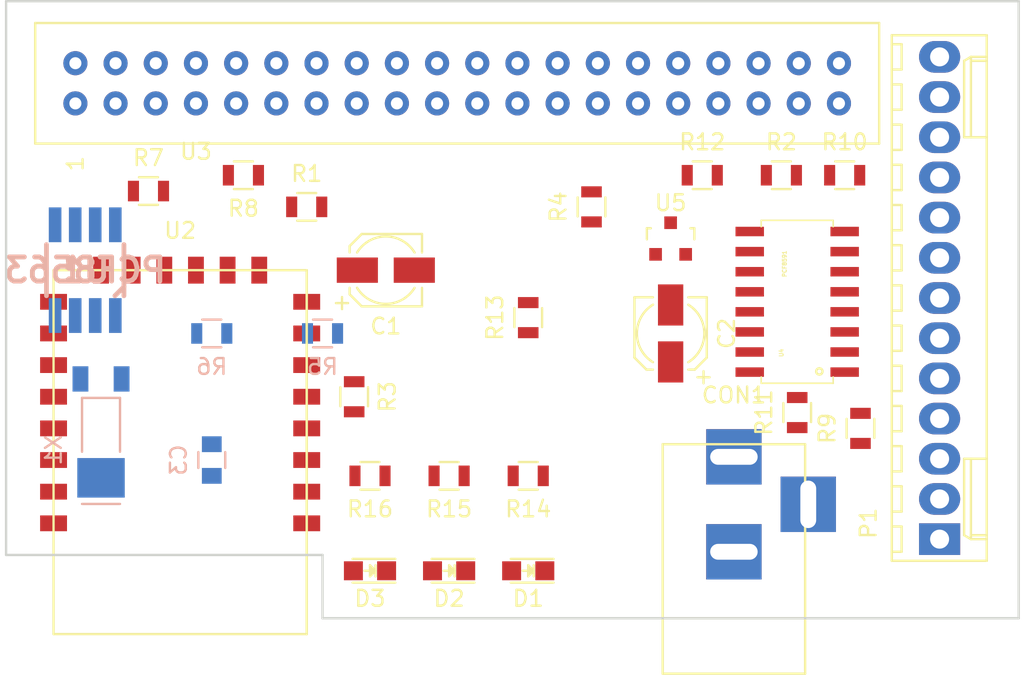
<source format=kicad_pcb>
(kicad_pcb (version 4) (host pcbnew 4.0.4-stable)

  (general
    (links 85)
    (no_connects 85)
    (area 0 0 0 0)
    (thickness 1.6)
    (drawings 6)
    (tracks 0)
    (zones 0)
    (modules 30)
    (nets 68)
  )

  (page A4)
  (layers
    (0 F.Cu signal)
    (31 B.Cu signal)
    (32 B.Adhes user)
    (33 F.Adhes user)
    (34 B.Paste user)
    (35 F.Paste user)
    (36 B.SilkS user)
    (37 F.SilkS user)
    (38 B.Mask user)
    (39 F.Mask user)
    (40 Dwgs.User user)
    (41 Cmts.User user)
    (42 Eco1.User user)
    (43 Eco2.User user)
    (44 Edge.Cuts user)
    (45 Margin user)
    (46 B.CrtYd user)
    (47 F.CrtYd user)
    (48 B.Fab user)
    (49 F.Fab user)
  )

  (setup
    (last_trace_width 0.25)
    (trace_clearance 0.2)
    (zone_clearance 0.508)
    (zone_45_only no)
    (trace_min 0.2)
    (segment_width 0.2)
    (edge_width 0.15)
    (via_size 0.6)
    (via_drill 0.4)
    (via_min_size 0.4)
    (via_min_drill 0.3)
    (uvia_size 0.3)
    (uvia_drill 0.1)
    (uvias_allowed no)
    (uvia_min_size 0.2)
    (uvia_min_drill 0.1)
    (pcb_text_width 0.3)
    (pcb_text_size 1.5 1.5)
    (mod_edge_width 0.15)
    (mod_text_size 1 1)
    (mod_text_width 0.15)
    (pad_size 1.524 1.524)
    (pad_drill 0.762)
    (pad_to_mask_clearance 0.2)
    (aux_axis_origin 0 0)
    (visible_elements FFFFFF7F)
    (pcbplotparams
      (layerselection 0x00030_80000001)
      (usegerberextensions false)
      (excludeedgelayer true)
      (linewidth 0.100000)
      (plotframeref false)
      (viasonmask false)
      (mode 1)
      (useauxorigin false)
      (hpglpennumber 1)
      (hpglpenspeed 20)
      (hpglpendiameter 15)
      (hpglpenoverlay 2)
      (psnegative false)
      (psa4output false)
      (plotreference true)
      (plotvalue true)
      (plotinvisibletext false)
      (padsonsilk false)
      (subtractmaskfromsilk false)
      (outputformat 1)
      (mirror false)
      (drillshape 1)
      (scaleselection 1)
      (outputdirectory ""))
  )

  (net 0 "")
  (net 1 +3V3)
  (net 2 GND)
  (net 3 +5V)
  (net 4 "Net-(C3-Pad1)")
  (net 5 "Net-(D1-Pad2)")
  (net 6 "Net-(D1-Pad1)")
  (net 7 "Net-(D2-Pad2)")
  (net 8 "Net-(D2-Pad1)")
  (net 9 "Net-(D3-Pad1)")
  (net 10 "Net-(P1-Pad3)")
  (net 11 "Net-(P1-Pad4)")
  (net 12 "Net-(P1-Pad5)")
  (net 13 "Net-(P1-Pad6)")
  (net 14 "Net-(P1-Pad7)")
  (net 15 "Net-(P1-Pad8)")
  (net 16 "Net-(P1-Pad9)")
  (net 17 "Net-(P1-Pad10)")
  (net 18 "Net-(P1-Pad11)")
  (net 19 "Net-(P1-Pad12)")
  (net 20 "Net-(R1-Pad1)")
  (net 21 "Net-(R1-Pad2)")
  (net 22 "Net-(R2-Pad1)")
  (net 23 "Net-(R2-Pad2)")
  (net 24 "Net-(R3-Pad2)")
  (net 25 "Net-(R4-Pad1)")
  (net 26 "Net-(R4-Pad2)")
  (net 27 "Net-(R5-Pad1)")
  (net 28 "Net-(R5-Pad2)")
  (net 29 "Net-(R6-Pad1)")
  (net 30 "Net-(R6-Pad2)")
  (net 31 "Net-(R7-Pad1)")
  (net 32 "Net-(R7-Pad2)")
  (net 33 "Net-(R8-Pad1)")
  (net 34 "Net-(R8-Pad2)")
  (net 35 "Net-(R9-Pad2)")
  (net 36 "Net-(R10-Pad2)")
  (net 37 "Net-(R11-Pad2)")
  (net 38 "Net-(R12-Pad2)")
  (net 39 "Net-(R13-Pad2)")
  (net 40 "Net-(U1-Pad2)")
  (net 41 "Net-(U1-Pad3)")
  (net 42 "Net-(U1-Pad7)")
  (net 43 "Net-(U2-Pad7)")
  (net 44 "Net-(U2-Pad6)")
  (net 45 "Net-(U2-Pad5)")
  (net 46 "Net-(U2-Pad4)")
  (net 47 "Net-(U2-Pad2)")
  (net 48 "Net-(U2-Pad15)")
  (net 49 "Net-(U2-Pad16)")
  (net 50 "Net-(U2-Pad17)")
  (net 51 "Net-(U2-Pad18)")
  (net 52 "Net-(U2-Pad19)")
  (net 53 "Net-(U2-Pad20)")
  (net 54 "Net-(U2-Pad21)")
  (net 55 "Net-(U3-Pad7)")
  (net 56 "Net-(U3-Pad8)")
  (net 57 "Net-(U3-Pad10)")
  (net 58 "Net-(U3-Pad12)")
  (net 59 "Net-(U3-Pad28)")
  (net 60 "Net-(U3-Pad32)")
  (net 61 "Net-(U3-Pad33)")
  (net 62 "Net-(U3-Pad35)")
  (net 63 "Net-(U3-Pad36)")
  (net 64 "Net-(U3-Pad38)")
  (net 65 "Net-(U3-Pad40)")
  (net 66 "Net-(U4-Pad11)")
  (net 67 "Net-(U4-Pad14)")

  (net_class Default "This is the default net class."
    (clearance 0.2)
    (trace_width 0.25)
    (via_dia 0.6)
    (via_drill 0.4)
    (uvia_dia 0.3)
    (uvia_drill 0.1)
    (add_net +3V3)
    (add_net +5V)
    (add_net GND)
    (add_net "Net-(C3-Pad1)")
    (add_net "Net-(D1-Pad1)")
    (add_net "Net-(D1-Pad2)")
    (add_net "Net-(D2-Pad1)")
    (add_net "Net-(D2-Pad2)")
    (add_net "Net-(D3-Pad1)")
    (add_net "Net-(P1-Pad10)")
    (add_net "Net-(P1-Pad11)")
    (add_net "Net-(P1-Pad12)")
    (add_net "Net-(P1-Pad3)")
    (add_net "Net-(P1-Pad4)")
    (add_net "Net-(P1-Pad5)")
    (add_net "Net-(P1-Pad6)")
    (add_net "Net-(P1-Pad7)")
    (add_net "Net-(P1-Pad8)")
    (add_net "Net-(P1-Pad9)")
    (add_net "Net-(R1-Pad1)")
    (add_net "Net-(R1-Pad2)")
    (add_net "Net-(R10-Pad2)")
    (add_net "Net-(R11-Pad2)")
    (add_net "Net-(R12-Pad2)")
    (add_net "Net-(R13-Pad2)")
    (add_net "Net-(R2-Pad1)")
    (add_net "Net-(R2-Pad2)")
    (add_net "Net-(R3-Pad2)")
    (add_net "Net-(R4-Pad1)")
    (add_net "Net-(R4-Pad2)")
    (add_net "Net-(R5-Pad1)")
    (add_net "Net-(R5-Pad2)")
    (add_net "Net-(R6-Pad1)")
    (add_net "Net-(R6-Pad2)")
    (add_net "Net-(R7-Pad1)")
    (add_net "Net-(R7-Pad2)")
    (add_net "Net-(R8-Pad1)")
    (add_net "Net-(R8-Pad2)")
    (add_net "Net-(R9-Pad2)")
    (add_net "Net-(U1-Pad2)")
    (add_net "Net-(U1-Pad3)")
    (add_net "Net-(U1-Pad7)")
    (add_net "Net-(U2-Pad15)")
    (add_net "Net-(U2-Pad16)")
    (add_net "Net-(U2-Pad17)")
    (add_net "Net-(U2-Pad18)")
    (add_net "Net-(U2-Pad19)")
    (add_net "Net-(U2-Pad2)")
    (add_net "Net-(U2-Pad20)")
    (add_net "Net-(U2-Pad21)")
    (add_net "Net-(U2-Pad4)")
    (add_net "Net-(U2-Pad5)")
    (add_net "Net-(U2-Pad6)")
    (add_net "Net-(U2-Pad7)")
    (add_net "Net-(U3-Pad10)")
    (add_net "Net-(U3-Pad12)")
    (add_net "Net-(U3-Pad28)")
    (add_net "Net-(U3-Pad32)")
    (add_net "Net-(U3-Pad33)")
    (add_net "Net-(U3-Pad35)")
    (add_net "Net-(U3-Pad36)")
    (add_net "Net-(U3-Pad38)")
    (add_net "Net-(U3-Pad40)")
    (add_net "Net-(U3-Pad7)")
    (add_net "Net-(U3-Pad8)")
    (add_net "Net-(U4-Pad11)")
    (add_net "Net-(U4-Pad14)")
  )

  (module Capacitors_SMD:c_elec_4x5.7 (layer F.Cu) (tedit 57FA43FA) (tstamp 583761C8)
    (at 142 110)
    (descr "SMT capacitor, aluminium electrolytic, 4x5.7")
    (path /5835DFA3)
    (attr smd)
    (fp_text reference C1 (at 0 3.5433) (layer F.SilkS)
      (effects (font (size 1 1) (thickness 0.15)))
    )
    (fp_text value CP1 (at 0 -3.5433) (layer F.Fab)
      (effects (font (size 1 1) (thickness 0.15)))
    )
    (fp_text user + (at -1.1049 -0.0762) (layer F.Fab)
      (effects (font (size 1 1) (thickness 0.15)))
    )
    (fp_line (start 2.1336 2.1336) (end 2.1336 -2.1336) (layer F.Fab) (width 0.15))
    (fp_line (start -1.4605 2.1336) (end 2.1336 2.1336) (layer F.Fab) (width 0.15))
    (fp_line (start -2.1336 1.4605) (end -1.4605 2.1336) (layer F.Fab) (width 0.15))
    (fp_line (start -2.1336 -1.4605) (end -2.1336 1.4605) (layer F.Fab) (width 0.15))
    (fp_line (start -1.4605 -2.1336) (end -2.1336 -1.4605) (layer F.Fab) (width 0.15))
    (fp_line (start 2.1336 -2.1336) (end -1.4605 -2.1336) (layer F.Fab) (width 0.15))
    (fp_line (start 2.286 2.286) (end 2.286 1.1176) (layer F.SilkS) (width 0.15))
    (fp_line (start 2.286 -2.286) (end 2.286 -1.1176) (layer F.SilkS) (width 0.15))
    (fp_line (start -2.286 -1.524) (end -2.286 -1.1176) (layer F.SilkS) (width 0.15))
    (fp_line (start -2.286 1.524) (end -2.286 1.1176) (layer F.SilkS) (width 0.15))
    (fp_arc (start 0 0) (end 1.8161 1.1176) (angle 116.8306859) (layer F.SilkS) (width 0.15))
    (fp_arc (start 0 0) (end -1.8161 -1.1176) (angle 116.9629321) (layer F.SilkS) (width 0.15))
    (fp_text user + (at -2.7686 2.0066) (layer F.SilkS)
      (effects (font (size 1 1) (thickness 0.15)))
    )
    (fp_line (start 3.35 -2.65) (end -3.35 -2.65) (layer F.CrtYd) (width 0.05))
    (fp_line (start -3.35 -2.65) (end -3.35 2.65) (layer F.CrtYd) (width 0.05))
    (fp_line (start -3.35 2.65) (end 3.35 2.65) (layer F.CrtYd) (width 0.05))
    (fp_line (start 3.35 2.65) (end 3.35 -2.65) (layer F.CrtYd) (width 0.05))
    (fp_line (start -1.524 2.286) (end 2.286 2.286) (layer F.SilkS) (width 0.15))
    (fp_line (start -1.524 2.286) (end -2.286 1.524) (layer F.SilkS) (width 0.15))
    (fp_line (start -1.524 -2.286) (end 2.286 -2.286) (layer F.SilkS) (width 0.15))
    (fp_line (start -1.524 -2.286) (end -2.286 -1.524) (layer F.SilkS) (width 0.15))
    (pad 1 smd rect (at -1.8 0 180) (size 2.6 1.6) (layers F.Cu F.Paste F.Mask)
      (net 1 +3V3))
    (pad 2 smd rect (at 1.8 0 180) (size 2.6 1.6) (layers F.Cu F.Paste F.Mask)
      (net 2 GND))
    (model Capacitors_SMD.3dshapes/c_elec_4x5.7.wrl
      (at (xyz 0 0 0))
      (scale (xyz 1 1 1))
      (rotate (xyz 0 0 180))
    )
  )

  (module Capacitors_SMD:c_elec_4x5.7 (layer F.Cu) (tedit 57FA43FA) (tstamp 583761E4)
    (at 160 114 90)
    (descr "SMT capacitor, aluminium electrolytic, 4x5.7")
    (path /5835DE98)
    (attr smd)
    (fp_text reference C2 (at 0 3.5433 90) (layer F.SilkS)
      (effects (font (size 1 1) (thickness 0.15)))
    )
    (fp_text value CP1 (at 0 -3.5433 90) (layer F.Fab)
      (effects (font (size 1 1) (thickness 0.15)))
    )
    (fp_text user + (at -1.1049 -0.0762 90) (layer F.Fab)
      (effects (font (size 1 1) (thickness 0.15)))
    )
    (fp_line (start 2.1336 2.1336) (end 2.1336 -2.1336) (layer F.Fab) (width 0.15))
    (fp_line (start -1.4605 2.1336) (end 2.1336 2.1336) (layer F.Fab) (width 0.15))
    (fp_line (start -2.1336 1.4605) (end -1.4605 2.1336) (layer F.Fab) (width 0.15))
    (fp_line (start -2.1336 -1.4605) (end -2.1336 1.4605) (layer F.Fab) (width 0.15))
    (fp_line (start -1.4605 -2.1336) (end -2.1336 -1.4605) (layer F.Fab) (width 0.15))
    (fp_line (start 2.1336 -2.1336) (end -1.4605 -2.1336) (layer F.Fab) (width 0.15))
    (fp_line (start 2.286 2.286) (end 2.286 1.1176) (layer F.SilkS) (width 0.15))
    (fp_line (start 2.286 -2.286) (end 2.286 -1.1176) (layer F.SilkS) (width 0.15))
    (fp_line (start -2.286 -1.524) (end -2.286 -1.1176) (layer F.SilkS) (width 0.15))
    (fp_line (start -2.286 1.524) (end -2.286 1.1176) (layer F.SilkS) (width 0.15))
    (fp_arc (start 0 0) (end 1.8161 1.1176) (angle 116.8306859) (layer F.SilkS) (width 0.15))
    (fp_arc (start 0 0) (end -1.8161 -1.1176) (angle 116.9629321) (layer F.SilkS) (width 0.15))
    (fp_text user + (at -2.7686 2.0066 90) (layer F.SilkS)
      (effects (font (size 1 1) (thickness 0.15)))
    )
    (fp_line (start 3.35 -2.65) (end -3.35 -2.65) (layer F.CrtYd) (width 0.05))
    (fp_line (start -3.35 -2.65) (end -3.35 2.65) (layer F.CrtYd) (width 0.05))
    (fp_line (start -3.35 2.65) (end 3.35 2.65) (layer F.CrtYd) (width 0.05))
    (fp_line (start 3.35 2.65) (end 3.35 -2.65) (layer F.CrtYd) (width 0.05))
    (fp_line (start -1.524 2.286) (end 2.286 2.286) (layer F.SilkS) (width 0.15))
    (fp_line (start -1.524 2.286) (end -2.286 1.524) (layer F.SilkS) (width 0.15))
    (fp_line (start -1.524 -2.286) (end 2.286 -2.286) (layer F.SilkS) (width 0.15))
    (fp_line (start -1.524 -2.286) (end -2.286 -1.524) (layer F.SilkS) (width 0.15))
    (pad 1 smd rect (at -1.8 0 270) (size 2.6 1.6) (layers F.Cu F.Paste F.Mask)
      (net 3 +5V))
    (pad 2 smd rect (at 1.8 0 270) (size 2.6 1.6) (layers F.Cu F.Paste F.Mask)
      (net 2 GND))
    (model Capacitors_SMD.3dshapes/c_elec_4x5.7.wrl
      (at (xyz 0 0 0))
      (scale (xyz 1 1 1))
      (rotate (xyz 0 0 180))
    )
  )

  (module Capacitors_SMD:C_0805 (layer B.Cu) (tedit 5415D6EA) (tstamp 583761F4)
    (at 131 122 270)
    (descr "Capacitor SMD 0805, reflow soldering, AVX (see smccp.pdf)")
    (tags "capacitor 0805")
    (path /58364880)
    (attr smd)
    (fp_text reference C3 (at 0 2.1 270) (layer B.SilkS)
      (effects (font (size 1 1) (thickness 0.15)) (justify mirror))
    )
    (fp_text value C (at 0 -2.1 270) (layer B.Fab)
      (effects (font (size 1 1) (thickness 0.15)) (justify mirror))
    )
    (fp_line (start -1 -0.625) (end -1 0.625) (layer B.Fab) (width 0.15))
    (fp_line (start 1 -0.625) (end -1 -0.625) (layer B.Fab) (width 0.15))
    (fp_line (start 1 0.625) (end 1 -0.625) (layer B.Fab) (width 0.15))
    (fp_line (start -1 0.625) (end 1 0.625) (layer B.Fab) (width 0.15))
    (fp_line (start -1.8 1) (end 1.8 1) (layer B.CrtYd) (width 0.05))
    (fp_line (start -1.8 -1) (end 1.8 -1) (layer B.CrtYd) (width 0.05))
    (fp_line (start -1.8 1) (end -1.8 -1) (layer B.CrtYd) (width 0.05))
    (fp_line (start 1.8 1) (end 1.8 -1) (layer B.CrtYd) (width 0.05))
    (fp_line (start 0.5 0.85) (end -0.5 0.85) (layer B.SilkS) (width 0.15))
    (fp_line (start -0.5 -0.85) (end 0.5 -0.85) (layer B.SilkS) (width 0.15))
    (pad 1 smd rect (at -1 0 270) (size 1 1.25) (layers B.Cu B.Paste B.Mask)
      (net 4 "Net-(C3-Pad1)"))
    (pad 2 smd rect (at 1 0 270) (size 1 1.25) (layers B.Cu B.Paste B.Mask)
      (net 2 GND))
    (model Capacitors_SMD.3dshapes/C_0805.wrl
      (at (xyz 0 0 0))
      (scale (xyz 1 1 1))
      (rotate (xyz 0 0 0))
    )
  )

  (module Connect:BARREL_JACK (layer F.Cu) (tedit 0) (tstamp 583761FB)
    (at 164 128 90)
    (descr "DC Barrel Jack")
    (tags "Power Jack")
    (path /5835F48B)
    (fp_text reference CON1 (at 10.09904 0 180) (layer F.SilkS)
      (effects (font (size 1 1) (thickness 0.15)))
    )
    (fp_text value BARREL_JACK (at 0 -5.99948 90) (layer F.Fab)
      (effects (font (size 1 1) (thickness 0.15)))
    )
    (fp_line (start -4.0005 -4.50088) (end -4.0005 4.50088) (layer F.SilkS) (width 0.15))
    (fp_line (start -7.50062 -4.50088) (end -7.50062 4.50088) (layer F.SilkS) (width 0.15))
    (fp_line (start -7.50062 4.50088) (end 7.00024 4.50088) (layer F.SilkS) (width 0.15))
    (fp_line (start 7.00024 4.50088) (end 7.00024 -4.50088) (layer F.SilkS) (width 0.15))
    (fp_line (start 7.00024 -4.50088) (end -7.50062 -4.50088) (layer F.SilkS) (width 0.15))
    (pad 1 thru_hole rect (at 6.20014 0 90) (size 3.50012 3.50012) (drill oval 1.00076 2.99974) (layers *.Cu *.Mask)
      (net 3 +5V))
    (pad 2 thru_hole rect (at 0.20066 0 90) (size 3.50012 3.50012) (drill oval 1.00076 2.99974) (layers *.Cu *.Mask)
      (net 2 GND))
    (pad 3 thru_hole rect (at 3.2004 4.699 90) (size 3.50012 3.50012) (drill oval 2.99974 1.00076) (layers *.Cu *.Mask)
      (net 2 GND))
  )

  (module LEDs:LED_0805 (layer F.Cu) (tedit 55BDE1C2) (tstamp 58376201)
    (at 151 129 180)
    (descr "LED 0805 smd package")
    (tags "LED 0805 SMD")
    (path /58365ED9)
    (attr smd)
    (fp_text reference D1 (at 0 -1.75 180) (layer F.SilkS)
      (effects (font (size 1 1) (thickness 0.15)))
    )
    (fp_text value LED (at 0 1.75 180) (layer F.Fab)
      (effects (font (size 1 1) (thickness 0.15)))
    )
    (fp_line (start -0.4 -0.3) (end -0.4 0.3) (layer F.Fab) (width 0.15))
    (fp_line (start -0.3 0) (end 0 -0.3) (layer F.Fab) (width 0.15))
    (fp_line (start 0 0.3) (end -0.3 0) (layer F.Fab) (width 0.15))
    (fp_line (start 0 -0.3) (end 0 0.3) (layer F.Fab) (width 0.15))
    (fp_line (start 1 -0.6) (end -1 -0.6) (layer F.Fab) (width 0.15))
    (fp_line (start 1 0.6) (end 1 -0.6) (layer F.Fab) (width 0.15))
    (fp_line (start -1 0.6) (end 1 0.6) (layer F.Fab) (width 0.15))
    (fp_line (start -1 -0.6) (end -1 0.6) (layer F.Fab) (width 0.15))
    (fp_line (start -1.6 0.75) (end 1.1 0.75) (layer F.SilkS) (width 0.15))
    (fp_line (start -1.6 -0.75) (end 1.1 -0.75) (layer F.SilkS) (width 0.15))
    (fp_line (start -0.1 0.15) (end -0.1 -0.1) (layer F.SilkS) (width 0.15))
    (fp_line (start -0.1 -0.1) (end -0.25 0.05) (layer F.SilkS) (width 0.15))
    (fp_line (start -0.35 -0.35) (end -0.35 0.35) (layer F.SilkS) (width 0.15))
    (fp_line (start 0 0) (end 0.35 0) (layer F.SilkS) (width 0.15))
    (fp_line (start -0.35 0) (end 0 -0.35) (layer F.SilkS) (width 0.15))
    (fp_line (start 0 -0.35) (end 0 0.35) (layer F.SilkS) (width 0.15))
    (fp_line (start 0 0.35) (end -0.35 0) (layer F.SilkS) (width 0.15))
    (fp_line (start 1.9 -0.95) (end 1.9 0.95) (layer F.CrtYd) (width 0.05))
    (fp_line (start 1.9 0.95) (end -1.9 0.95) (layer F.CrtYd) (width 0.05))
    (fp_line (start -1.9 0.95) (end -1.9 -0.95) (layer F.CrtYd) (width 0.05))
    (fp_line (start -1.9 -0.95) (end 1.9 -0.95) (layer F.CrtYd) (width 0.05))
    (pad 2 smd rect (at 1.04902 0) (size 1.19888 1.19888) (layers F.Cu F.Paste F.Mask)
      (net 5 "Net-(D1-Pad2)"))
    (pad 1 smd rect (at -1.04902 0) (size 1.19888 1.19888) (layers F.Cu F.Paste F.Mask)
      (net 6 "Net-(D1-Pad1)"))
    (model LEDs.3dshapes/LED_0805.wrl
      (at (xyz 0 0 0))
      (scale (xyz 1 1 1))
      (rotate (xyz 0 0 0))
    )
  )

  (module LEDs:LED_0805 (layer F.Cu) (tedit 55BDE1C2) (tstamp 58376207)
    (at 146 129 180)
    (descr "LED 0805 smd package")
    (tags "LED 0805 SMD")
    (path /58365F46)
    (attr smd)
    (fp_text reference D2 (at 0 -1.75 180) (layer F.SilkS)
      (effects (font (size 1 1) (thickness 0.15)))
    )
    (fp_text value LED (at 0 1.75 180) (layer F.Fab)
      (effects (font (size 1 1) (thickness 0.15)))
    )
    (fp_line (start -0.4 -0.3) (end -0.4 0.3) (layer F.Fab) (width 0.15))
    (fp_line (start -0.3 0) (end 0 -0.3) (layer F.Fab) (width 0.15))
    (fp_line (start 0 0.3) (end -0.3 0) (layer F.Fab) (width 0.15))
    (fp_line (start 0 -0.3) (end 0 0.3) (layer F.Fab) (width 0.15))
    (fp_line (start 1 -0.6) (end -1 -0.6) (layer F.Fab) (width 0.15))
    (fp_line (start 1 0.6) (end 1 -0.6) (layer F.Fab) (width 0.15))
    (fp_line (start -1 0.6) (end 1 0.6) (layer F.Fab) (width 0.15))
    (fp_line (start -1 -0.6) (end -1 0.6) (layer F.Fab) (width 0.15))
    (fp_line (start -1.6 0.75) (end 1.1 0.75) (layer F.SilkS) (width 0.15))
    (fp_line (start -1.6 -0.75) (end 1.1 -0.75) (layer F.SilkS) (width 0.15))
    (fp_line (start -0.1 0.15) (end -0.1 -0.1) (layer F.SilkS) (width 0.15))
    (fp_line (start -0.1 -0.1) (end -0.25 0.05) (layer F.SilkS) (width 0.15))
    (fp_line (start -0.35 -0.35) (end -0.35 0.35) (layer F.SilkS) (width 0.15))
    (fp_line (start 0 0) (end 0.35 0) (layer F.SilkS) (width 0.15))
    (fp_line (start -0.35 0) (end 0 -0.35) (layer F.SilkS) (width 0.15))
    (fp_line (start 0 -0.35) (end 0 0.35) (layer F.SilkS) (width 0.15))
    (fp_line (start 0 0.35) (end -0.35 0) (layer F.SilkS) (width 0.15))
    (fp_line (start 1.9 -0.95) (end 1.9 0.95) (layer F.CrtYd) (width 0.05))
    (fp_line (start 1.9 0.95) (end -1.9 0.95) (layer F.CrtYd) (width 0.05))
    (fp_line (start -1.9 0.95) (end -1.9 -0.95) (layer F.CrtYd) (width 0.05))
    (fp_line (start -1.9 -0.95) (end 1.9 -0.95) (layer F.CrtYd) (width 0.05))
    (pad 2 smd rect (at 1.04902 0) (size 1.19888 1.19888) (layers F.Cu F.Paste F.Mask)
      (net 7 "Net-(D2-Pad2)"))
    (pad 1 smd rect (at -1.04902 0) (size 1.19888 1.19888) (layers F.Cu F.Paste F.Mask)
      (net 8 "Net-(D2-Pad1)"))
    (model LEDs.3dshapes/LED_0805.wrl
      (at (xyz 0 0 0))
      (scale (xyz 1 1 1))
      (rotate (xyz 0 0 0))
    )
  )

  (module LEDs:LED_0805 (layer F.Cu) (tedit 55BDE1C2) (tstamp 5837620D)
    (at 141 129 180)
    (descr "LED 0805 smd package")
    (tags "LED 0805 SMD")
    (path /58366F71)
    (attr smd)
    (fp_text reference D3 (at 0 -1.75 180) (layer F.SilkS)
      (effects (font (size 1 1) (thickness 0.15)))
    )
    (fp_text value LED (at 0 1.75 180) (layer F.Fab)
      (effects (font (size 1 1) (thickness 0.15)))
    )
    (fp_line (start -0.4 -0.3) (end -0.4 0.3) (layer F.Fab) (width 0.15))
    (fp_line (start -0.3 0) (end 0 -0.3) (layer F.Fab) (width 0.15))
    (fp_line (start 0 0.3) (end -0.3 0) (layer F.Fab) (width 0.15))
    (fp_line (start 0 -0.3) (end 0 0.3) (layer F.Fab) (width 0.15))
    (fp_line (start 1 -0.6) (end -1 -0.6) (layer F.Fab) (width 0.15))
    (fp_line (start 1 0.6) (end 1 -0.6) (layer F.Fab) (width 0.15))
    (fp_line (start -1 0.6) (end 1 0.6) (layer F.Fab) (width 0.15))
    (fp_line (start -1 -0.6) (end -1 0.6) (layer F.Fab) (width 0.15))
    (fp_line (start -1.6 0.75) (end 1.1 0.75) (layer F.SilkS) (width 0.15))
    (fp_line (start -1.6 -0.75) (end 1.1 -0.75) (layer F.SilkS) (width 0.15))
    (fp_line (start -0.1 0.15) (end -0.1 -0.1) (layer F.SilkS) (width 0.15))
    (fp_line (start -0.1 -0.1) (end -0.25 0.05) (layer F.SilkS) (width 0.15))
    (fp_line (start -0.35 -0.35) (end -0.35 0.35) (layer F.SilkS) (width 0.15))
    (fp_line (start 0 0) (end 0.35 0) (layer F.SilkS) (width 0.15))
    (fp_line (start -0.35 0) (end 0 -0.35) (layer F.SilkS) (width 0.15))
    (fp_line (start 0 -0.35) (end 0 0.35) (layer F.SilkS) (width 0.15))
    (fp_line (start 0 0.35) (end -0.35 0) (layer F.SilkS) (width 0.15))
    (fp_line (start 1.9 -0.95) (end 1.9 0.95) (layer F.CrtYd) (width 0.05))
    (fp_line (start 1.9 0.95) (end -1.9 0.95) (layer F.CrtYd) (width 0.05))
    (fp_line (start -1.9 0.95) (end -1.9 -0.95) (layer F.CrtYd) (width 0.05))
    (fp_line (start -1.9 -0.95) (end 1.9 -0.95) (layer F.CrtYd) (width 0.05))
    (pad 2 smd rect (at 1.04902 0) (size 1.19888 1.19888) (layers F.Cu F.Paste F.Mask)
      (net 1 +3V3))
    (pad 1 smd rect (at -1.04902 0) (size 1.19888 1.19888) (layers F.Cu F.Paste F.Mask)
      (net 9 "Net-(D3-Pad1)"))
    (model LEDs.3dshapes/LED_0805.wrl
      (at (xyz 0 0 0))
      (scale (xyz 1 1 1))
      (rotate (xyz 0 0 0))
    )
  )

  (module Connectors_Molex:Molex_KK-6410-13_13x2.54mm_Straight (layer F.Cu) (tedit 56C6219D) (tstamp 5837625B)
    (at 177 127 90)
    (descr "Connector Headers with Friction Lock, 22-27-2131, http://www.molex.com/pdm_docs/sd/022272021_sd.pdf")
    (tags "connector molex kk_6410 22-27-2131")
    (path /58368079)
    (fp_text reference P1 (at 1 -4.5 90) (layer F.SilkS)
      (effects (font (size 1 1) (thickness 0.15)))
    )
    (fp_text value CONN_01X13 (at 15.24 4.5 90) (layer F.Fab)
      (effects (font (size 1 1) (thickness 0.15)))
    )
    (fp_line (start -1.37 -3.02) (end -1.37 2.98) (layer F.SilkS) (width 0.15))
    (fp_line (start -1.37 2.98) (end 31.85 2.98) (layer F.SilkS) (width 0.15))
    (fp_line (start 31.85 2.98) (end 31.85 -3.02) (layer F.SilkS) (width 0.15))
    (fp_line (start 31.85 -3.02) (end -1.37 -3.02) (layer F.SilkS) (width 0.15))
    (fp_line (start 0 2.98) (end 0 1.98) (layer F.SilkS) (width 0.15))
    (fp_line (start 0 1.98) (end 5.08 1.98) (layer F.SilkS) (width 0.15))
    (fp_line (start 5.08 1.98) (end 5.08 2.98) (layer F.SilkS) (width 0.15))
    (fp_line (start 0 1.98) (end 0.25 1.55) (layer F.SilkS) (width 0.15))
    (fp_line (start 0.25 1.55) (end 5.08 1.55) (layer F.SilkS) (width 0.15))
    (fp_line (start 5.08 1.55) (end 5.08 1.98) (layer F.SilkS) (width 0.15))
    (fp_line (start 0.25 2.98) (end 0.25 1.98) (layer F.SilkS) (width 0.15))
    (fp_line (start 30.48 2.98) (end 30.48 1.98) (layer F.SilkS) (width 0.15))
    (fp_line (start 30.48 1.98) (end 25.4 1.98) (layer F.SilkS) (width 0.15))
    (fp_line (start 25.4 1.98) (end 25.4 2.98) (layer F.SilkS) (width 0.15))
    (fp_line (start 30.48 1.98) (end 30.23 1.55) (layer F.SilkS) (width 0.15))
    (fp_line (start 30.23 1.55) (end 25.4 1.55) (layer F.SilkS) (width 0.15))
    (fp_line (start 25.4 1.55) (end 25.4 1.98) (layer F.SilkS) (width 0.15))
    (fp_line (start 30.23 2.98) (end 30.23 1.98) (layer F.SilkS) (width 0.15))
    (fp_line (start -0.8 -3.02) (end -0.8 -2.4) (layer F.SilkS) (width 0.15))
    (fp_line (start -0.8 -2.4) (end 0.8 -2.4) (layer F.SilkS) (width 0.15))
    (fp_line (start 0.8 -2.4) (end 0.8 -3.02) (layer F.SilkS) (width 0.15))
    (fp_line (start 1.74 -3.02) (end 1.74 -2.4) (layer F.SilkS) (width 0.15))
    (fp_line (start 1.74 -2.4) (end 3.34 -2.4) (layer F.SilkS) (width 0.15))
    (fp_line (start 3.34 -2.4) (end 3.34 -3.02) (layer F.SilkS) (width 0.15))
    (fp_line (start 4.28 -3.02) (end 4.28 -2.4) (layer F.SilkS) (width 0.15))
    (fp_line (start 4.28 -2.4) (end 5.88 -2.4) (layer F.SilkS) (width 0.15))
    (fp_line (start 5.88 -2.4) (end 5.88 -3.02) (layer F.SilkS) (width 0.15))
    (fp_line (start 6.82 -3.02) (end 6.82 -2.4) (layer F.SilkS) (width 0.15))
    (fp_line (start 6.82 -2.4) (end 8.42 -2.4) (layer F.SilkS) (width 0.15))
    (fp_line (start 8.42 -2.4) (end 8.42 -3.02) (layer F.SilkS) (width 0.15))
    (fp_line (start 9.36 -3.02) (end 9.36 -2.4) (layer F.SilkS) (width 0.15))
    (fp_line (start 9.36 -2.4) (end 10.96 -2.4) (layer F.SilkS) (width 0.15))
    (fp_line (start 10.96 -2.4) (end 10.96 -3.02) (layer F.SilkS) (width 0.15))
    (fp_line (start 11.9 -3.02) (end 11.9 -2.4) (layer F.SilkS) (width 0.15))
    (fp_line (start 11.9 -2.4) (end 13.5 -2.4) (layer F.SilkS) (width 0.15))
    (fp_line (start 13.5 -2.4) (end 13.5 -3.02) (layer F.SilkS) (width 0.15))
    (fp_line (start 14.44 -3.02) (end 14.44 -2.4) (layer F.SilkS) (width 0.15))
    (fp_line (start 14.44 -2.4) (end 16.04 -2.4) (layer F.SilkS) (width 0.15))
    (fp_line (start 16.04 -2.4) (end 16.04 -3.02) (layer F.SilkS) (width 0.15))
    (fp_line (start 16.98 -3.02) (end 16.98 -2.4) (layer F.SilkS) (width 0.15))
    (fp_line (start 16.98 -2.4) (end 18.58 -2.4) (layer F.SilkS) (width 0.15))
    (fp_line (start 18.58 -2.4) (end 18.58 -3.02) (layer F.SilkS) (width 0.15))
    (fp_line (start 19.52 -3.02) (end 19.52 -2.4) (layer F.SilkS) (width 0.15))
    (fp_line (start 19.52 -2.4) (end 21.12 -2.4) (layer F.SilkS) (width 0.15))
    (fp_line (start 21.12 -2.4) (end 21.12 -3.02) (layer F.SilkS) (width 0.15))
    (fp_line (start 22.06 -3.02) (end 22.06 -2.4) (layer F.SilkS) (width 0.15))
    (fp_line (start 22.06 -2.4) (end 23.66 -2.4) (layer F.SilkS) (width 0.15))
    (fp_line (start 23.66 -2.4) (end 23.66 -3.02) (layer F.SilkS) (width 0.15))
    (fp_line (start 24.6 -3.02) (end 24.6 -2.4) (layer F.SilkS) (width 0.15))
    (fp_line (start 24.6 -2.4) (end 26.2 -2.4) (layer F.SilkS) (width 0.15))
    (fp_line (start 26.2 -2.4) (end 26.2 -3.02) (layer F.SilkS) (width 0.15))
    (fp_line (start 27.14 -3.02) (end 27.14 -2.4) (layer F.SilkS) (width 0.15))
    (fp_line (start 27.14 -2.4) (end 28.74 -2.4) (layer F.SilkS) (width 0.15))
    (fp_line (start 28.74 -2.4) (end 28.74 -3.02) (layer F.SilkS) (width 0.15))
    (fp_line (start 29.68 -3.02) (end 29.68 -2.4) (layer F.SilkS) (width 0.15))
    (fp_line (start 29.68 -2.4) (end 31.28 -2.4) (layer F.SilkS) (width 0.15))
    (fp_line (start 31.28 -2.4) (end 31.28 -3.02) (layer F.SilkS) (width 0.15))
    (fp_line (start -1.9 3.5) (end -1.9 -3.55) (layer F.CrtYd) (width 0.05))
    (fp_line (start -1.9 -3.55) (end 32.4 -3.55) (layer F.CrtYd) (width 0.05))
    (fp_line (start 32.4 -3.55) (end 32.4 3.5) (layer F.CrtYd) (width 0.05))
    (fp_line (start 32.4 3.5) (end -1.9 3.5) (layer F.CrtYd) (width 0.05))
    (pad 1 thru_hole rect (at 0 0 90) (size 2 2.6) (drill 1.2) (layers *.Cu *.Mask)
      (net 3 +5V))
    (pad 2 thru_hole oval (at 2.54 0 90) (size 2 2.6) (drill 1.2) (layers *.Cu *.Mask)
      (net 1 +3V3))
    (pad 3 thru_hole oval (at 5.08 0 90) (size 2 2.6) (drill 1.2) (layers *.Cu *.Mask)
      (net 10 "Net-(P1-Pad3)"))
    (pad 4 thru_hole oval (at 7.62 0 90) (size 2 2.6) (drill 1.2) (layers *.Cu *.Mask)
      (net 11 "Net-(P1-Pad4)"))
    (pad 5 thru_hole oval (at 10.16 0 90) (size 2 2.6) (drill 1.2) (layers *.Cu *.Mask)
      (net 12 "Net-(P1-Pad5)"))
    (pad 6 thru_hole oval (at 12.7 0 90) (size 2 2.6) (drill 1.2) (layers *.Cu *.Mask)
      (net 13 "Net-(P1-Pad6)"))
    (pad 7 thru_hole oval (at 15.24 0 90) (size 2 2.6) (drill 1.2) (layers *.Cu *.Mask)
      (net 14 "Net-(P1-Pad7)"))
    (pad 8 thru_hole oval (at 17.78 0 90) (size 2 2.6) (drill 1.2) (layers *.Cu *.Mask)
      (net 15 "Net-(P1-Pad8)"))
    (pad 9 thru_hole oval (at 20.32 0 90) (size 2 2.6) (drill 1.2) (layers *.Cu *.Mask)
      (net 16 "Net-(P1-Pad9)"))
    (pad 10 thru_hole oval (at 22.86 0 90) (size 2 2.6) (drill 1.2) (layers *.Cu *.Mask)
      (net 17 "Net-(P1-Pad10)"))
    (pad 11 thru_hole oval (at 25.4 0 90) (size 2 2.6) (drill 1.2) (layers *.Cu *.Mask)
      (net 18 "Net-(P1-Pad11)"))
    (pad 12 thru_hole oval (at 27.94 0 90) (size 2 2.6) (drill 1.2) (layers *.Cu *.Mask)
      (net 19 "Net-(P1-Pad12)"))
    (pad 13 thru_hole oval (at 30.48 0 90) (size 2 2.6) (drill 1.2) (layers *.Cu *.Mask)
      (net 2 GND))
  )

  (module Resistors_SMD:R_0805 (layer F.Cu) (tedit 58307B54) (tstamp 5837626B)
    (at 137 106)
    (descr "Resistor SMD 0805, reflow soldering, Vishay (see dcrcw.pdf)")
    (tags "resistor 0805")
    (path /5834F710)
    (attr smd)
    (fp_text reference R1 (at 0 -2.1) (layer F.SilkS)
      (effects (font (size 1 1) (thickness 0.15)))
    )
    (fp_text value 33 (at 0 2.1) (layer F.Fab)
      (effects (font (size 1 1) (thickness 0.15)))
    )
    (fp_line (start -1 0.625) (end -1 -0.625) (layer F.Fab) (width 0.1))
    (fp_line (start 1 0.625) (end -1 0.625) (layer F.Fab) (width 0.1))
    (fp_line (start 1 -0.625) (end 1 0.625) (layer F.Fab) (width 0.1))
    (fp_line (start -1 -0.625) (end 1 -0.625) (layer F.Fab) (width 0.1))
    (fp_line (start -1.6 -1) (end 1.6 -1) (layer F.CrtYd) (width 0.05))
    (fp_line (start -1.6 1) (end 1.6 1) (layer F.CrtYd) (width 0.05))
    (fp_line (start -1.6 -1) (end -1.6 1) (layer F.CrtYd) (width 0.05))
    (fp_line (start 1.6 -1) (end 1.6 1) (layer F.CrtYd) (width 0.05))
    (fp_line (start 0.6 0.875) (end -0.6 0.875) (layer F.SilkS) (width 0.15))
    (fp_line (start -0.6 -0.875) (end 0.6 -0.875) (layer F.SilkS) (width 0.15))
    (pad 1 smd rect (at -0.95 0) (size 0.7 1.3) (layers F.Cu F.Paste F.Mask)
      (net 20 "Net-(R1-Pad1)"))
    (pad 2 smd rect (at 0.95 0) (size 0.7 1.3) (layers F.Cu F.Paste F.Mask)
      (net 21 "Net-(R1-Pad2)"))
    (model Resistors_SMD.3dshapes/R_0805.wrl
      (at (xyz 0 0 0))
      (scale (xyz 1 1 1))
      (rotate (xyz 0 0 0))
    )
  )

  (module Resistors_SMD:R_0805 (layer F.Cu) (tedit 58307B54) (tstamp 5837627B)
    (at 167 104)
    (descr "Resistor SMD 0805, reflow soldering, Vishay (see dcrcw.pdf)")
    (tags "resistor 0805")
    (path /5834F7A3)
    (attr smd)
    (fp_text reference R2 (at 0 -2.1) (layer F.SilkS)
      (effects (font (size 1 1) (thickness 0.15)))
    )
    (fp_text value 33 (at 0 2.1) (layer F.Fab)
      (effects (font (size 1 1) (thickness 0.15)))
    )
    (fp_line (start -1 0.625) (end -1 -0.625) (layer F.Fab) (width 0.1))
    (fp_line (start 1 0.625) (end -1 0.625) (layer F.Fab) (width 0.1))
    (fp_line (start 1 -0.625) (end 1 0.625) (layer F.Fab) (width 0.1))
    (fp_line (start -1 -0.625) (end 1 -0.625) (layer F.Fab) (width 0.1))
    (fp_line (start -1.6 -1) (end 1.6 -1) (layer F.CrtYd) (width 0.05))
    (fp_line (start -1.6 1) (end 1.6 1) (layer F.CrtYd) (width 0.05))
    (fp_line (start -1.6 -1) (end -1.6 1) (layer F.CrtYd) (width 0.05))
    (fp_line (start 1.6 -1) (end 1.6 1) (layer F.CrtYd) (width 0.05))
    (fp_line (start 0.6 0.875) (end -0.6 0.875) (layer F.SilkS) (width 0.15))
    (fp_line (start -0.6 -0.875) (end 0.6 -0.875) (layer F.SilkS) (width 0.15))
    (pad 1 smd rect (at -0.95 0) (size 0.7 1.3) (layers F.Cu F.Paste F.Mask)
      (net 22 "Net-(R2-Pad1)"))
    (pad 2 smd rect (at 0.95 0) (size 0.7 1.3) (layers F.Cu F.Paste F.Mask)
      (net 23 "Net-(R2-Pad2)"))
    (model Resistors_SMD.3dshapes/R_0805.wrl
      (at (xyz 0 0 0))
      (scale (xyz 1 1 1))
      (rotate (xyz 0 0 0))
    )
  )

  (module Resistors_SMD:R_0805 (layer F.Cu) (tedit 58307B54) (tstamp 5837628B)
    (at 140 118 270)
    (descr "Resistor SMD 0805, reflow soldering, Vishay (see dcrcw.pdf)")
    (tags "resistor 0805")
    (path /58364F34)
    (attr smd)
    (fp_text reference R3 (at 0 -2.1 270) (layer F.SilkS)
      (effects (font (size 1 1) (thickness 0.15)))
    )
    (fp_text value R (at 0 2.1 270) (layer F.Fab)
      (effects (font (size 1 1) (thickness 0.15)))
    )
    (fp_line (start -1 0.625) (end -1 -0.625) (layer F.Fab) (width 0.1))
    (fp_line (start 1 0.625) (end -1 0.625) (layer F.Fab) (width 0.1))
    (fp_line (start 1 -0.625) (end 1 0.625) (layer F.Fab) (width 0.1))
    (fp_line (start -1 -0.625) (end 1 -0.625) (layer F.Fab) (width 0.1))
    (fp_line (start -1.6 -1) (end 1.6 -1) (layer F.CrtYd) (width 0.05))
    (fp_line (start -1.6 1) (end 1.6 1) (layer F.CrtYd) (width 0.05))
    (fp_line (start -1.6 -1) (end -1.6 1) (layer F.CrtYd) (width 0.05))
    (fp_line (start 1.6 -1) (end 1.6 1) (layer F.CrtYd) (width 0.05))
    (fp_line (start 0.6 0.875) (end -0.6 0.875) (layer F.SilkS) (width 0.15))
    (fp_line (start -0.6 -0.875) (end 0.6 -0.875) (layer F.SilkS) (width 0.15))
    (pad 1 smd rect (at -0.95 0 270) (size 0.7 1.3) (layers F.Cu F.Paste F.Mask)
      (net 1 +3V3))
    (pad 2 smd rect (at 0.95 0 270) (size 0.7 1.3) (layers F.Cu F.Paste F.Mask)
      (net 24 "Net-(R3-Pad2)"))
    (model Resistors_SMD.3dshapes/R_0805.wrl
      (at (xyz 0 0 0))
      (scale (xyz 1 1 1))
      (rotate (xyz 0 0 0))
    )
  )

  (module Resistors_SMD:R_0805 (layer F.Cu) (tedit 58307B54) (tstamp 5837629B)
    (at 155 106 90)
    (descr "Resistor SMD 0805, reflow soldering, Vishay (see dcrcw.pdf)")
    (tags "resistor 0805")
    (path /5834F8DE)
    (attr smd)
    (fp_text reference R4 (at 0 -2.1 90) (layer F.SilkS)
      (effects (font (size 1 1) (thickness 0.15)))
    )
    (fp_text value 33 (at 0 2.1 90) (layer F.Fab)
      (effects (font (size 1 1) (thickness 0.15)))
    )
    (fp_line (start -1 0.625) (end -1 -0.625) (layer F.Fab) (width 0.1))
    (fp_line (start 1 0.625) (end -1 0.625) (layer F.Fab) (width 0.1))
    (fp_line (start 1 -0.625) (end 1 0.625) (layer F.Fab) (width 0.1))
    (fp_line (start -1 -0.625) (end 1 -0.625) (layer F.Fab) (width 0.1))
    (fp_line (start -1.6 -1) (end 1.6 -1) (layer F.CrtYd) (width 0.05))
    (fp_line (start -1.6 1) (end 1.6 1) (layer F.CrtYd) (width 0.05))
    (fp_line (start -1.6 -1) (end -1.6 1) (layer F.CrtYd) (width 0.05))
    (fp_line (start 1.6 -1) (end 1.6 1) (layer F.CrtYd) (width 0.05))
    (fp_line (start 0.6 0.875) (end -0.6 0.875) (layer F.SilkS) (width 0.15))
    (fp_line (start -0.6 -0.875) (end 0.6 -0.875) (layer F.SilkS) (width 0.15))
    (pad 1 smd rect (at -0.95 0 90) (size 0.7 1.3) (layers F.Cu F.Paste F.Mask)
      (net 25 "Net-(R4-Pad1)"))
    (pad 2 smd rect (at 0.95 0 90) (size 0.7 1.3) (layers F.Cu F.Paste F.Mask)
      (net 26 "Net-(R4-Pad2)"))
    (model Resistors_SMD.3dshapes/R_0805.wrl
      (at (xyz 0 0 0))
      (scale (xyz 1 1 1))
      (rotate (xyz 0 0 0))
    )
  )

  (module Resistors_SMD:R_0805 (layer B.Cu) (tedit 58307B54) (tstamp 583762AB)
    (at 138 114)
    (descr "Resistor SMD 0805, reflow soldering, Vishay (see dcrcw.pdf)")
    (tags "resistor 0805")
    (path /5834F5E6)
    (attr smd)
    (fp_text reference R5 (at 0 2.1) (layer B.SilkS)
      (effects (font (size 1 1) (thickness 0.15)) (justify mirror))
    )
    (fp_text value 33 (at 0 -2.1) (layer B.Fab)
      (effects (font (size 1 1) (thickness 0.15)) (justify mirror))
    )
    (fp_line (start -1 -0.625) (end -1 0.625) (layer B.Fab) (width 0.1))
    (fp_line (start 1 -0.625) (end -1 -0.625) (layer B.Fab) (width 0.1))
    (fp_line (start 1 0.625) (end 1 -0.625) (layer B.Fab) (width 0.1))
    (fp_line (start -1 0.625) (end 1 0.625) (layer B.Fab) (width 0.1))
    (fp_line (start -1.6 1) (end 1.6 1) (layer B.CrtYd) (width 0.05))
    (fp_line (start -1.6 -1) (end 1.6 -1) (layer B.CrtYd) (width 0.05))
    (fp_line (start -1.6 1) (end -1.6 -1) (layer B.CrtYd) (width 0.05))
    (fp_line (start 1.6 1) (end 1.6 -1) (layer B.CrtYd) (width 0.05))
    (fp_line (start 0.6 -0.875) (end -0.6 -0.875) (layer B.SilkS) (width 0.15))
    (fp_line (start -0.6 0.875) (end 0.6 0.875) (layer B.SilkS) (width 0.15))
    (pad 1 smd rect (at -0.95 0) (size 0.7 1.3) (layers B.Cu B.Paste B.Mask)
      (net 27 "Net-(R5-Pad1)"))
    (pad 2 smd rect (at 0.95 0) (size 0.7 1.3) (layers B.Cu B.Paste B.Mask)
      (net 28 "Net-(R5-Pad2)"))
    (model Resistors_SMD.3dshapes/R_0805.wrl
      (at (xyz 0 0 0))
      (scale (xyz 1 1 1))
      (rotate (xyz 0 0 0))
    )
  )

  (module Resistors_SMD:R_0805 (layer B.Cu) (tedit 58307B54) (tstamp 583762BB)
    (at 131 114)
    (descr "Resistor SMD 0805, reflow soldering, Vishay (see dcrcw.pdf)")
    (tags "resistor 0805")
    (path /5834F837)
    (attr smd)
    (fp_text reference R6 (at 0 2.1) (layer B.SilkS)
      (effects (font (size 1 1) (thickness 0.15)) (justify mirror))
    )
    (fp_text value 33 (at 0 -2.1) (layer B.Fab)
      (effects (font (size 1 1) (thickness 0.15)) (justify mirror))
    )
    (fp_line (start -1 -0.625) (end -1 0.625) (layer B.Fab) (width 0.1))
    (fp_line (start 1 -0.625) (end -1 -0.625) (layer B.Fab) (width 0.1))
    (fp_line (start 1 0.625) (end 1 -0.625) (layer B.Fab) (width 0.1))
    (fp_line (start -1 0.625) (end 1 0.625) (layer B.Fab) (width 0.1))
    (fp_line (start -1.6 1) (end 1.6 1) (layer B.CrtYd) (width 0.05))
    (fp_line (start -1.6 -1) (end 1.6 -1) (layer B.CrtYd) (width 0.05))
    (fp_line (start -1.6 1) (end -1.6 -1) (layer B.CrtYd) (width 0.05))
    (fp_line (start 1.6 1) (end 1.6 -1) (layer B.CrtYd) (width 0.05))
    (fp_line (start 0.6 -0.875) (end -0.6 -0.875) (layer B.SilkS) (width 0.15))
    (fp_line (start -0.6 0.875) (end 0.6 0.875) (layer B.SilkS) (width 0.15))
    (pad 1 smd rect (at -0.95 0) (size 0.7 1.3) (layers B.Cu B.Paste B.Mask)
      (net 29 "Net-(R6-Pad1)"))
    (pad 2 smd rect (at 0.95 0) (size 0.7 1.3) (layers B.Cu B.Paste B.Mask)
      (net 30 "Net-(R6-Pad2)"))
    (model Resistors_SMD.3dshapes/R_0805.wrl
      (at (xyz 0 0 0))
      (scale (xyz 1 1 1))
      (rotate (xyz 0 0 0))
    )
  )

  (module Resistors_SMD:R_0805 (layer F.Cu) (tedit 58307B54) (tstamp 583762CB)
    (at 127 105)
    (descr "Resistor SMD 0805, reflow soldering, Vishay (see dcrcw.pdf)")
    (tags "resistor 0805")
    (path /5834F62F)
    (attr smd)
    (fp_text reference R7 (at 0 -2.1) (layer F.SilkS)
      (effects (font (size 1 1) (thickness 0.15)))
    )
    (fp_text value 33 (at 0 2.1) (layer F.Fab)
      (effects (font (size 1 1) (thickness 0.15)))
    )
    (fp_line (start -1 0.625) (end -1 -0.625) (layer F.Fab) (width 0.1))
    (fp_line (start 1 0.625) (end -1 0.625) (layer F.Fab) (width 0.1))
    (fp_line (start 1 -0.625) (end 1 0.625) (layer F.Fab) (width 0.1))
    (fp_line (start -1 -0.625) (end 1 -0.625) (layer F.Fab) (width 0.1))
    (fp_line (start -1.6 -1) (end 1.6 -1) (layer F.CrtYd) (width 0.05))
    (fp_line (start -1.6 1) (end 1.6 1) (layer F.CrtYd) (width 0.05))
    (fp_line (start -1.6 -1) (end -1.6 1) (layer F.CrtYd) (width 0.05))
    (fp_line (start 1.6 -1) (end 1.6 1) (layer F.CrtYd) (width 0.05))
    (fp_line (start 0.6 0.875) (end -0.6 0.875) (layer F.SilkS) (width 0.15))
    (fp_line (start -0.6 -0.875) (end 0.6 -0.875) (layer F.SilkS) (width 0.15))
    (pad 1 smd rect (at -0.95 0) (size 0.7 1.3) (layers F.Cu F.Paste F.Mask)
      (net 31 "Net-(R7-Pad1)"))
    (pad 2 smd rect (at 0.95 0) (size 0.7 1.3) (layers F.Cu F.Paste F.Mask)
      (net 32 "Net-(R7-Pad2)"))
    (model Resistors_SMD.3dshapes/R_0805.wrl
      (at (xyz 0 0 0))
      (scale (xyz 1 1 1))
      (rotate (xyz 0 0 0))
    )
  )

  (module Resistors_SMD:R_0805 (layer F.Cu) (tedit 58307B54) (tstamp 583762DB)
    (at 133 104 180)
    (descr "Resistor SMD 0805, reflow soldering, Vishay (see dcrcw.pdf)")
    (tags "resistor 0805")
    (path /5834F68A)
    (attr smd)
    (fp_text reference R8 (at 0 -2.1 180) (layer F.SilkS)
      (effects (font (size 1 1) (thickness 0.15)))
    )
    (fp_text value 33 (at 0 2.1 180) (layer F.Fab)
      (effects (font (size 1 1) (thickness 0.15)))
    )
    (fp_line (start -1 0.625) (end -1 -0.625) (layer F.Fab) (width 0.1))
    (fp_line (start 1 0.625) (end -1 0.625) (layer F.Fab) (width 0.1))
    (fp_line (start 1 -0.625) (end 1 0.625) (layer F.Fab) (width 0.1))
    (fp_line (start -1 -0.625) (end 1 -0.625) (layer F.Fab) (width 0.1))
    (fp_line (start -1.6 -1) (end 1.6 -1) (layer F.CrtYd) (width 0.05))
    (fp_line (start -1.6 1) (end 1.6 1) (layer F.CrtYd) (width 0.05))
    (fp_line (start -1.6 -1) (end -1.6 1) (layer F.CrtYd) (width 0.05))
    (fp_line (start 1.6 -1) (end 1.6 1) (layer F.CrtYd) (width 0.05))
    (fp_line (start 0.6 0.875) (end -0.6 0.875) (layer F.SilkS) (width 0.15))
    (fp_line (start -0.6 -0.875) (end 0.6 -0.875) (layer F.SilkS) (width 0.15))
    (pad 1 smd rect (at -0.95 0 180) (size 0.7 1.3) (layers F.Cu F.Paste F.Mask)
      (net 33 "Net-(R8-Pad1)"))
    (pad 2 smd rect (at 0.95 0 180) (size 0.7 1.3) (layers F.Cu F.Paste F.Mask)
      (net 34 "Net-(R8-Pad2)"))
    (model Resistors_SMD.3dshapes/R_0805.wrl
      (at (xyz 0 0 0))
      (scale (xyz 1 1 1))
      (rotate (xyz 0 0 0))
    )
  )

  (module Resistors_SMD:R_0805 (layer F.Cu) (tedit 58307B54) (tstamp 583762EB)
    (at 172 120 90)
    (descr "Resistor SMD 0805, reflow soldering, Vishay (see dcrcw.pdf)")
    (tags "resistor 0805")
    (path /58361EAC)
    (attr smd)
    (fp_text reference R9 (at 0 -2.1 90) (layer F.SilkS)
      (effects (font (size 1 1) (thickness 0.15)))
    )
    (fp_text value R (at 0 2.1 90) (layer F.Fab)
      (effects (font (size 1 1) (thickness 0.15)))
    )
    (fp_line (start -1 0.625) (end -1 -0.625) (layer F.Fab) (width 0.1))
    (fp_line (start 1 0.625) (end -1 0.625) (layer F.Fab) (width 0.1))
    (fp_line (start 1 -0.625) (end 1 0.625) (layer F.Fab) (width 0.1))
    (fp_line (start -1 -0.625) (end 1 -0.625) (layer F.Fab) (width 0.1))
    (fp_line (start -1.6 -1) (end 1.6 -1) (layer F.CrtYd) (width 0.05))
    (fp_line (start -1.6 1) (end 1.6 1) (layer F.CrtYd) (width 0.05))
    (fp_line (start -1.6 -1) (end -1.6 1) (layer F.CrtYd) (width 0.05))
    (fp_line (start 1.6 -1) (end 1.6 1) (layer F.CrtYd) (width 0.05))
    (fp_line (start 0.6 0.875) (end -0.6 0.875) (layer F.SilkS) (width 0.15))
    (fp_line (start -0.6 -0.875) (end 0.6 -0.875) (layer F.SilkS) (width 0.15))
    (pad 1 smd rect (at -0.95 0 90) (size 0.7 1.3) (layers F.Cu F.Paste F.Mask)
      (net 2 GND))
    (pad 2 smd rect (at 0.95 0 90) (size 0.7 1.3) (layers F.Cu F.Paste F.Mask)
      (net 35 "Net-(R9-Pad2)"))
    (model Resistors_SMD.3dshapes/R_0805.wrl
      (at (xyz 0 0 0))
      (scale (xyz 1 1 1))
      (rotate (xyz 0 0 0))
    )
  )

  (module Resistors_SMD:R_0805 (layer F.Cu) (tedit 58307B54) (tstamp 583762FB)
    (at 171 104)
    (descr "Resistor SMD 0805, reflow soldering, Vishay (see dcrcw.pdf)")
    (tags "resistor 0805")
    (path /58361EFF)
    (attr smd)
    (fp_text reference R10 (at 0 -2.1) (layer F.SilkS)
      (effects (font (size 1 1) (thickness 0.15)))
    )
    (fp_text value R (at 0 2.1) (layer F.Fab)
      (effects (font (size 1 1) (thickness 0.15)))
    )
    (fp_line (start -1 0.625) (end -1 -0.625) (layer F.Fab) (width 0.1))
    (fp_line (start 1 0.625) (end -1 0.625) (layer F.Fab) (width 0.1))
    (fp_line (start 1 -0.625) (end 1 0.625) (layer F.Fab) (width 0.1))
    (fp_line (start -1 -0.625) (end 1 -0.625) (layer F.Fab) (width 0.1))
    (fp_line (start -1.6 -1) (end 1.6 -1) (layer F.CrtYd) (width 0.05))
    (fp_line (start -1.6 1) (end 1.6 1) (layer F.CrtYd) (width 0.05))
    (fp_line (start -1.6 -1) (end -1.6 1) (layer F.CrtYd) (width 0.05))
    (fp_line (start 1.6 -1) (end 1.6 1) (layer F.CrtYd) (width 0.05))
    (fp_line (start 0.6 0.875) (end -0.6 0.875) (layer F.SilkS) (width 0.15))
    (fp_line (start -0.6 -0.875) (end 0.6 -0.875) (layer F.SilkS) (width 0.15))
    (pad 1 smd rect (at -0.95 0) (size 0.7 1.3) (layers F.Cu F.Paste F.Mask)
      (net 2 GND))
    (pad 2 smd rect (at 0.95 0) (size 0.7 1.3) (layers F.Cu F.Paste F.Mask)
      (net 36 "Net-(R10-Pad2)"))
    (model Resistors_SMD.3dshapes/R_0805.wrl
      (at (xyz 0 0 0))
      (scale (xyz 1 1 1))
      (rotate (xyz 0 0 0))
    )
  )

  (module Resistors_SMD:R_0805 (layer F.Cu) (tedit 58307B54) (tstamp 5837630B)
    (at 168 119 90)
    (descr "Resistor SMD 0805, reflow soldering, Vishay (see dcrcw.pdf)")
    (tags "resistor 0805")
    (path /58361F65)
    (attr smd)
    (fp_text reference R11 (at 0 -2.1 90) (layer F.SilkS)
      (effects (font (size 1 1) (thickness 0.15)))
    )
    (fp_text value R (at 0 2.1 90) (layer F.Fab)
      (effects (font (size 1 1) (thickness 0.15)))
    )
    (fp_line (start -1 0.625) (end -1 -0.625) (layer F.Fab) (width 0.1))
    (fp_line (start 1 0.625) (end -1 0.625) (layer F.Fab) (width 0.1))
    (fp_line (start 1 -0.625) (end 1 0.625) (layer F.Fab) (width 0.1))
    (fp_line (start -1 -0.625) (end 1 -0.625) (layer F.Fab) (width 0.1))
    (fp_line (start -1.6 -1) (end 1.6 -1) (layer F.CrtYd) (width 0.05))
    (fp_line (start -1.6 1) (end 1.6 1) (layer F.CrtYd) (width 0.05))
    (fp_line (start -1.6 -1) (end -1.6 1) (layer F.CrtYd) (width 0.05))
    (fp_line (start 1.6 -1) (end 1.6 1) (layer F.CrtYd) (width 0.05))
    (fp_line (start 0.6 0.875) (end -0.6 0.875) (layer F.SilkS) (width 0.15))
    (fp_line (start -0.6 -0.875) (end 0.6 -0.875) (layer F.SilkS) (width 0.15))
    (pad 1 smd rect (at -0.95 0 90) (size 0.7 1.3) (layers F.Cu F.Paste F.Mask)
      (net 2 GND))
    (pad 2 smd rect (at 0.95 0 90) (size 0.7 1.3) (layers F.Cu F.Paste F.Mask)
      (net 37 "Net-(R11-Pad2)"))
    (model Resistors_SMD.3dshapes/R_0805.wrl
      (at (xyz 0 0 0))
      (scale (xyz 1 1 1))
      (rotate (xyz 0 0 0))
    )
  )

  (module Resistors_SMD:R_0805 (layer F.Cu) (tedit 58307B54) (tstamp 5837631B)
    (at 162 104)
    (descr "Resistor SMD 0805, reflow soldering, Vishay (see dcrcw.pdf)")
    (tags "resistor 0805")
    (path /58361419)
    (attr smd)
    (fp_text reference R12 (at 0 -2.1) (layer F.SilkS)
      (effects (font (size 1 1) (thickness 0.15)))
    )
    (fp_text value 1K (at 0 2.1) (layer F.Fab)
      (effects (font (size 1 1) (thickness 0.15)))
    )
    (fp_line (start -1 0.625) (end -1 -0.625) (layer F.Fab) (width 0.1))
    (fp_line (start 1 0.625) (end -1 0.625) (layer F.Fab) (width 0.1))
    (fp_line (start 1 -0.625) (end 1 0.625) (layer F.Fab) (width 0.1))
    (fp_line (start -1 -0.625) (end 1 -0.625) (layer F.Fab) (width 0.1))
    (fp_line (start -1.6 -1) (end 1.6 -1) (layer F.CrtYd) (width 0.05))
    (fp_line (start -1.6 1) (end 1.6 1) (layer F.CrtYd) (width 0.05))
    (fp_line (start -1.6 -1) (end -1.6 1) (layer F.CrtYd) (width 0.05))
    (fp_line (start 1.6 -1) (end 1.6 1) (layer F.CrtYd) (width 0.05))
    (fp_line (start 0.6 0.875) (end -0.6 0.875) (layer F.SilkS) (width 0.15))
    (fp_line (start -0.6 -0.875) (end 0.6 -0.875) (layer F.SilkS) (width 0.15))
    (pad 1 smd rect (at -0.95 0) (size 0.7 1.3) (layers F.Cu F.Paste F.Mask)
      (net 2 GND))
    (pad 2 smd rect (at 0.95 0) (size 0.7 1.3) (layers F.Cu F.Paste F.Mask)
      (net 38 "Net-(R12-Pad2)"))
    (model Resistors_SMD.3dshapes/R_0805.wrl
      (at (xyz 0 0 0))
      (scale (xyz 1 1 1))
      (rotate (xyz 0 0 0))
    )
  )

  (module Resistors_SMD:R_0805 (layer F.Cu) (tedit 58307B54) (tstamp 5837632B)
    (at 151 113 90)
    (descr "Resistor SMD 0805, reflow soldering, Vishay (see dcrcw.pdf)")
    (tags "resistor 0805")
    (path /583615FA)
    (attr smd)
    (fp_text reference R13 (at 0 -2.1 90) (layer F.SilkS)
      (effects (font (size 1 1) (thickness 0.15)))
    )
    (fp_text value 1K (at 0 2.1 90) (layer F.Fab)
      (effects (font (size 1 1) (thickness 0.15)))
    )
    (fp_line (start -1 0.625) (end -1 -0.625) (layer F.Fab) (width 0.1))
    (fp_line (start 1 0.625) (end -1 0.625) (layer F.Fab) (width 0.1))
    (fp_line (start 1 -0.625) (end 1 0.625) (layer F.Fab) (width 0.1))
    (fp_line (start -1 -0.625) (end 1 -0.625) (layer F.Fab) (width 0.1))
    (fp_line (start -1.6 -1) (end 1.6 -1) (layer F.CrtYd) (width 0.05))
    (fp_line (start -1.6 1) (end 1.6 1) (layer F.CrtYd) (width 0.05))
    (fp_line (start -1.6 -1) (end -1.6 1) (layer F.CrtYd) (width 0.05))
    (fp_line (start 1.6 -1) (end 1.6 1) (layer F.CrtYd) (width 0.05))
    (fp_line (start 0.6 0.875) (end -0.6 0.875) (layer F.SilkS) (width 0.15))
    (fp_line (start -0.6 -0.875) (end 0.6 -0.875) (layer F.SilkS) (width 0.15))
    (pad 1 smd rect (at -0.95 0 90) (size 0.7 1.3) (layers F.Cu F.Paste F.Mask)
      (net 2 GND))
    (pad 2 smd rect (at 0.95 0 90) (size 0.7 1.3) (layers F.Cu F.Paste F.Mask)
      (net 39 "Net-(R13-Pad2)"))
    (model Resistors_SMD.3dshapes/R_0805.wrl
      (at (xyz 0 0 0))
      (scale (xyz 1 1 1))
      (rotate (xyz 0 0 0))
    )
  )

  (module Resistors_SMD:R_0805 (layer F.Cu) (tedit 58307B54) (tstamp 5837633B)
    (at 151 123 180)
    (descr "Resistor SMD 0805, reflow soldering, Vishay (see dcrcw.pdf)")
    (tags "resistor 0805")
    (path /58366150)
    (attr smd)
    (fp_text reference R14 (at 0 -2.1 180) (layer F.SilkS)
      (effects (font (size 1 1) (thickness 0.15)))
    )
    (fp_text value R (at 0 2.1 180) (layer F.Fab)
      (effects (font (size 1 1) (thickness 0.15)))
    )
    (fp_line (start -1 0.625) (end -1 -0.625) (layer F.Fab) (width 0.1))
    (fp_line (start 1 0.625) (end -1 0.625) (layer F.Fab) (width 0.1))
    (fp_line (start 1 -0.625) (end 1 0.625) (layer F.Fab) (width 0.1))
    (fp_line (start -1 -0.625) (end 1 -0.625) (layer F.Fab) (width 0.1))
    (fp_line (start -1.6 -1) (end 1.6 -1) (layer F.CrtYd) (width 0.05))
    (fp_line (start -1.6 1) (end 1.6 1) (layer F.CrtYd) (width 0.05))
    (fp_line (start -1.6 -1) (end -1.6 1) (layer F.CrtYd) (width 0.05))
    (fp_line (start 1.6 -1) (end 1.6 1) (layer F.CrtYd) (width 0.05))
    (fp_line (start 0.6 0.875) (end -0.6 0.875) (layer F.SilkS) (width 0.15))
    (fp_line (start -0.6 -0.875) (end 0.6 -0.875) (layer F.SilkS) (width 0.15))
    (pad 1 smd rect (at -0.95 0 180) (size 0.7 1.3) (layers F.Cu F.Paste F.Mask)
      (net 6 "Net-(D1-Pad1)"))
    (pad 2 smd rect (at 0.95 0 180) (size 0.7 1.3) (layers F.Cu F.Paste F.Mask)
      (net 2 GND))
    (model Resistors_SMD.3dshapes/R_0805.wrl
      (at (xyz 0 0 0))
      (scale (xyz 1 1 1))
      (rotate (xyz 0 0 0))
    )
  )

  (module Resistors_SMD:R_0805 (layer F.Cu) (tedit 58307B54) (tstamp 5837634B)
    (at 146 123 180)
    (descr "Resistor SMD 0805, reflow soldering, Vishay (see dcrcw.pdf)")
    (tags "resistor 0805")
    (path /583661D5)
    (attr smd)
    (fp_text reference R15 (at 0 -2.1 180) (layer F.SilkS)
      (effects (font (size 1 1) (thickness 0.15)))
    )
    (fp_text value R (at 0 2.1 180) (layer F.Fab)
      (effects (font (size 1 1) (thickness 0.15)))
    )
    (fp_line (start -1 0.625) (end -1 -0.625) (layer F.Fab) (width 0.1))
    (fp_line (start 1 0.625) (end -1 0.625) (layer F.Fab) (width 0.1))
    (fp_line (start 1 -0.625) (end 1 0.625) (layer F.Fab) (width 0.1))
    (fp_line (start -1 -0.625) (end 1 -0.625) (layer F.Fab) (width 0.1))
    (fp_line (start -1.6 -1) (end 1.6 -1) (layer F.CrtYd) (width 0.05))
    (fp_line (start -1.6 1) (end 1.6 1) (layer F.CrtYd) (width 0.05))
    (fp_line (start -1.6 -1) (end -1.6 1) (layer F.CrtYd) (width 0.05))
    (fp_line (start 1.6 -1) (end 1.6 1) (layer F.CrtYd) (width 0.05))
    (fp_line (start 0.6 0.875) (end -0.6 0.875) (layer F.SilkS) (width 0.15))
    (fp_line (start -0.6 -0.875) (end 0.6 -0.875) (layer F.SilkS) (width 0.15))
    (pad 1 smd rect (at -0.95 0 180) (size 0.7 1.3) (layers F.Cu F.Paste F.Mask)
      (net 8 "Net-(D2-Pad1)"))
    (pad 2 smd rect (at 0.95 0 180) (size 0.7 1.3) (layers F.Cu F.Paste F.Mask)
      (net 2 GND))
    (model Resistors_SMD.3dshapes/R_0805.wrl
      (at (xyz 0 0 0))
      (scale (xyz 1 1 1))
      (rotate (xyz 0 0 0))
    )
  )

  (module Resistors_SMD:R_0805 (layer F.Cu) (tedit 58307B54) (tstamp 5837635B)
    (at 141 123 180)
    (descr "Resistor SMD 0805, reflow soldering, Vishay (see dcrcw.pdf)")
    (tags "resistor 0805")
    (path /583677B4)
    (attr smd)
    (fp_text reference R16 (at 0 -2.1 180) (layer F.SilkS)
      (effects (font (size 1 1) (thickness 0.15)))
    )
    (fp_text value R (at 0 2.1 180) (layer F.Fab)
      (effects (font (size 1 1) (thickness 0.15)))
    )
    (fp_line (start -1 0.625) (end -1 -0.625) (layer F.Fab) (width 0.1))
    (fp_line (start 1 0.625) (end -1 0.625) (layer F.Fab) (width 0.1))
    (fp_line (start 1 -0.625) (end 1 0.625) (layer F.Fab) (width 0.1))
    (fp_line (start -1 -0.625) (end 1 -0.625) (layer F.Fab) (width 0.1))
    (fp_line (start -1.6 -1) (end 1.6 -1) (layer F.CrtYd) (width 0.05))
    (fp_line (start -1.6 1) (end 1.6 1) (layer F.CrtYd) (width 0.05))
    (fp_line (start -1.6 -1) (end -1.6 1) (layer F.CrtYd) (width 0.05))
    (fp_line (start 1.6 -1) (end 1.6 1) (layer F.CrtYd) (width 0.05))
    (fp_line (start 0.6 0.875) (end -0.6 0.875) (layer F.SilkS) (width 0.15))
    (fp_line (start -0.6 -0.875) (end 0.6 -0.875) (layer F.SilkS) (width 0.15))
    (pad 1 smd rect (at -0.95 0 180) (size 0.7 1.3) (layers F.Cu F.Paste F.Mask)
      (net 9 "Net-(D3-Pad1)"))
    (pad 2 smd rect (at 0.95 0 180) (size 0.7 1.3) (layers F.Cu F.Paste F.Mask)
      (net 2 GND))
    (model Resistors_SMD.3dshapes/R_0805.wrl
      (at (xyz 0 0 0))
      (scale (xyz 1 1 1))
      (rotate (xyz 0 0 0))
    )
  )

  (module lib:SO-8 (layer B.Cu) (tedit 0) (tstamp 5837636A)
    (at 123 110 180)
    (path /58363B8D)
    (fp_text reference U1 (at 0 0 180) (layer B.SilkS)
      (effects (font (thickness 0.3048)) (justify mirror))
    )
    (fp_text value PCF8563 (at 0 0 180) (layer B.SilkS)
      (effects (font (thickness 0.3048)) (justify mirror))
    )
    (fp_line (start 2.44856 1.61798) (end 2.44856 -1.61798) (layer B.SilkS) (width 0.29972))
    (fp_line (start -2.44856 1.61798) (end -2.44856 -1.61798) (layer B.SilkS) (width 0.29972))
    (fp_line (start -2.44856 -1.04902) (end -1.8796 -1.61798) (layer B.SilkS) (width 0.29972))
    (pad 1 smd rect (at -1.90246 -2.86766) (size 0.79756 2.19964) (layers B.Cu B.Paste B.Mask)
      (net 4 "Net-(C3-Pad1)"))
    (pad 2 smd rect (at -0.63246 -2.86766) (size 0.79756 2.19964) (layers B.Cu B.Paste B.Mask)
      (net 40 "Net-(U1-Pad2)"))
    (pad 3 smd rect (at 0.63246 -2.86766) (size 0.79756 2.19964) (layers B.Cu B.Paste B.Mask)
      (net 41 "Net-(U1-Pad3)"))
    (pad 4 smd rect (at 1.90246 -2.86766) (size 0.79756 2.19964) (layers B.Cu B.Paste B.Mask)
      (net 2 GND))
    (pad 5 smd rect (at 1.90246 2.86766 180) (size 0.79756 2.19964) (layers B.Cu B.Paste B.Mask)
      (net 38 "Net-(R12-Pad2)"))
    (pad 6 smd rect (at 0.63246 2.86766 180) (size 0.79756 2.19964) (layers B.Cu B.Paste B.Mask)
      (net 39 "Net-(R13-Pad2)"))
    (pad 7 smd rect (at -0.63246 2.86766 180) (size 0.79756 2.19964) (layers B.Cu B.Paste B.Mask)
      (net 42 "Net-(U1-Pad7)"))
    (pad 8 smd rect (at -1.90246 2.86766 180) (size 0.79756 2.19964) (layers B.Cu B.Paste B.Mask)
      (net 1 +3V3))
  )

  (module lib:ESP-12F (layer F.Cu) (tedit 5835FCAB) (tstamp 5837638A)
    (at 129 108 180)
    (path /5834F325)
    (fp_text reference U2 (at 0 0.5 180) (layer F.SilkS)
      (effects (font (size 1 1) (thickness 0.15)))
    )
    (fp_text value ESP-12F (at 0 -0.5 180) (layer F.Fab)
      (effects (font (size 1 1) (thickness 0.15)))
    )
    (fp_line (start -8 -2) (end -8 -23) (layer F.SilkS) (width 0.15))
    (fp_line (start -8 -23) (end -8 -25) (layer F.SilkS) (width 0.15))
    (fp_line (start -8 -25) (end -8 -2) (layer F.SilkS) (width 0.15))
    (fp_line (start -8 -2) (end 8 -2) (layer F.SilkS) (width 0.15))
    (fp_line (start 8 -2) (end 8 -25) (layer F.SilkS) (width 0.15))
    (fp_line (start 8 -25) (end -8 -25) (layer F.SilkS) (width 0.15))
    (pad 8 smd rect (at -8 -4 270) (size 1 1.7) (layers F.Cu F.Paste F.Mask)
      (net 1 +3V3))
    (pad 7 smd rect (at -8 -6 270) (size 1 1.7) (layers F.Cu F.Paste F.Mask)
      (net 43 "Net-(U2-Pad7)"))
    (pad 6 smd rect (at -8 -8 270) (size 1 1.7) (layers F.Cu F.Paste F.Mask)
      (net 44 "Net-(U2-Pad6)"))
    (pad 5 smd rect (at -8 -10 270) (size 1 1.7) (layers F.Cu F.Paste F.Mask)
      (net 45 "Net-(U2-Pad5)"))
    (pad 4 smd rect (at -8 -12 270) (size 1 1.7) (layers F.Cu F.Paste F.Mask)
      (net 46 "Net-(U2-Pad4)"))
    (pad 3 smd rect (at -8 -14 270) (size 1 1.7) (layers F.Cu F.Paste F.Mask)
      (net 25 "Net-(R4-Pad1)"))
    (pad 2 smd rect (at -8 -16 270) (size 1 1.7) (layers F.Cu F.Paste F.Mask)
      (net 47 "Net-(U2-Pad2)"))
    (pad 1 smd rect (at -8 -18 270) (size 1 1.7) (layers F.Cu F.Paste F.Mask)
      (net 24 "Net-(R3-Pad2)"))
    (pad 9 smd rect (at -5 -2 180) (size 1 1.7) (layers F.Cu F.Paste F.Mask)
      (net 20 "Net-(R1-Pad1)"))
    (pad 10 smd rect (at -3 -2 180) (size 1 1.7) (layers F.Cu F.Paste F.Mask)
      (net 27 "Net-(R5-Pad1)"))
    (pad 11 smd rect (at -1 -2 180) (size 1 1.7) (layers F.Cu F.Paste F.Mask)
      (net 22 "Net-(R2-Pad1)"))
    (pad 12 smd rect (at 1 -2 180) (size 1 1.7) (layers F.Cu F.Paste F.Mask)
      (net 29 "Net-(R6-Pad1)"))
    (pad 13 smd rect (at 3 -2 180) (size 1 1.7) (layers F.Cu F.Paste F.Mask)
      (net 31 "Net-(R7-Pad1)"))
    (pad 14 smd rect (at 5 -2 180) (size 1 1.7) (layers F.Cu F.Paste F.Mask)
      (net 34 "Net-(R8-Pad2)"))
    (pad 15 smd rect (at 8 -4 270) (size 1 1.7) (layers F.Cu F.Paste F.Mask)
      (net 48 "Net-(U2-Pad15)"))
    (pad 16 smd rect (at 8 -6 270) (size 1 1.7) (layers F.Cu F.Paste F.Mask)
      (net 49 "Net-(U2-Pad16)"))
    (pad 17 smd rect (at 8 -8 270) (size 1 1.7) (layers F.Cu F.Paste F.Mask)
      (net 50 "Net-(U2-Pad17)"))
    (pad 18 smd rect (at 8 -10 270) (size 1 1.7) (layers F.Cu F.Paste F.Mask)
      (net 51 "Net-(U2-Pad18)"))
    (pad 19 smd rect (at 8 -12 270) (size 1 1.7) (layers F.Cu F.Paste F.Mask)
      (net 52 "Net-(U2-Pad19)"))
    (pad 20 smd rect (at 8 -14 270) (size 1 1.7) (layers F.Cu F.Paste F.Mask)
      (net 53 "Net-(U2-Pad20)"))
    (pad 21 smd rect (at 8 -16 270) (size 1 1.7) (layers F.Cu F.Paste F.Mask)
      (net 54 "Net-(U2-Pad21)"))
    (pad 22 smd rect (at 8 -18 270) (size 1 1.7) (layers F.Cu F.Paste F.Mask)
      (net 2 GND))
  )

  (module lib:40-Pin_Raspberry_Pi (layer F.Cu) (tedit 5835F0A1) (tstamp 583763BB)
    (at 130 102)
    (path /5834D48A)
    (fp_text reference U3 (at 0 0.5) (layer F.SilkS)
      (effects (font (size 1 1) (thickness 0.15)))
    )
    (fp_text value Raspberry-Pi-40-Pin (at 0 -0.5) (layer F.Fab)
      (effects (font (size 1 1) (thickness 0.15)))
    )
    (fp_text user 1 (at -7.62 1.27 90) (layer F.SilkS)
      (effects (font (size 1 1) (thickness 0.15)))
    )
    (fp_line (start -10.16 0) (end -10.16 -7.62) (layer F.SilkS) (width 0.15))
    (fp_line (start -10.16 -7.62) (end 43.18 -7.62) (layer F.SilkS) (width 0.15))
    (fp_line (start 43.18 -7.62) (end 43.18 0) (layer F.SilkS) (width 0.15))
    (fp_line (start 43.18 0) (end -10.16 0) (layer F.SilkS) (width 0.15))
    (pad 1 thru_hole circle (at -7.62 -2.54) (size 1.524 1.524) (drill 0.762) (layers *.Cu *.Mask)
      (net 1 +3V3))
    (pad 2 thru_hole circle (at -7.62 -5.08) (size 1.524 1.524) (drill 0.762) (layers *.Cu *.Mask)
      (net 3 +5V))
    (pad 3 thru_hole circle (at -5.08 -2.54) (size 1.524 1.524) (drill 0.762) (layers *.Cu *.Mask)
      (net 38 "Net-(R12-Pad2)"))
    (pad 4 thru_hole circle (at -5.08 -5.08) (size 1.524 1.524) (drill 0.762) (layers *.Cu *.Mask)
      (net 3 +5V))
    (pad 5 thru_hole circle (at -2.54 -2.54) (size 1.524 1.524) (drill 0.762) (layers *.Cu *.Mask)
      (net 39 "Net-(R13-Pad2)"))
    (pad 6 thru_hole circle (at -2.54 -5.08) (size 1.524 1.524) (drill 0.762) (layers *.Cu *.Mask)
      (net 2 GND))
    (pad 7 thru_hole circle (at 0 -2.54) (size 1.524 1.524) (drill 0.762) (layers *.Cu *.Mask)
      (net 55 "Net-(U3-Pad7)"))
    (pad 8 thru_hole circle (at 0 -5.08) (size 1.524 1.524) (drill 0.762) (layers *.Cu *.Mask)
      (net 56 "Net-(U3-Pad8)"))
    (pad 9 thru_hole circle (at 2.54 -2.54) (size 1.524 1.524) (drill 0.762) (layers *.Cu *.Mask)
      (net 2 GND))
    (pad 10 thru_hole circle (at 2.54 -5.08) (size 1.524 1.524) (drill 0.762) (layers *.Cu *.Mask)
      (net 57 "Net-(U3-Pad10)"))
    (pad 11 thru_hole circle (at 5.08 -2.54) (size 1.524 1.524) (drill 0.762) (layers *.Cu *.Mask)
      (net 24 "Net-(R3-Pad2)"))
    (pad 12 thru_hole circle (at 5.08 -5.08) (size 1.524 1.524) (drill 0.762) (layers *.Cu *.Mask)
      (net 58 "Net-(U3-Pad12)"))
    (pad 13 thru_hole circle (at 7.62 -2.54) (size 1.524 1.524) (drill 0.762) (layers *.Cu *.Mask)
      (net 30 "Net-(R6-Pad2)"))
    (pad 14 thru_hole circle (at 7.62 -5.08) (size 1.524 1.524) (drill 0.762) (layers *.Cu *.Mask)
      (net 2 GND))
    (pad 15 thru_hole circle (at 10.16 -2.54) (size 1.524 1.524) (drill 0.762) (layers *.Cu *.Mask)
      (net 33 "Net-(R8-Pad1)"))
    (pad 16 thru_hole circle (at 10.16 -5.08) (size 1.524 1.524) (drill 0.762) (layers *.Cu *.Mask)
      (net 21 "Net-(R1-Pad2)"))
    (pad 17 thru_hole circle (at 12.7 -2.54) (size 1.524 1.524) (drill 0.762) (layers *.Cu *.Mask)
      (net 1 +3V3))
    (pad 18 thru_hole circle (at 12.7 -5.08) (size 1.524 1.524) (drill 0.762) (layers *.Cu *.Mask)
      (net 28 "Net-(R5-Pad2)"))
    (pad 19 thru_hole circle (at 15.24 -2.54) (size 1.524 1.524) (drill 0.762) (layers *.Cu *.Mask)
      (net 15 "Net-(P1-Pad8)"))
    (pad 20 thru_hole circle (at 15.24 -5.08) (size 1.524 1.524) (drill 0.762) (layers *.Cu *.Mask)
      (net 2 GND))
    (pad 21 thru_hole circle (at 17.78 -2.54) (size 1.524 1.524) (drill 0.762) (layers *.Cu *.Mask)
      (net 16 "Net-(P1-Pad9)"))
    (pad 22 thru_hole circle (at 17.78 -5.08) (size 1.524 1.524) (drill 0.762) (layers *.Cu *.Mask)
      (net 32 "Net-(R7-Pad2)"))
    (pad 23 thru_hole circle (at 20.32 -2.54) (size 1.524 1.524) (drill 0.762) (layers *.Cu *.Mask)
      (net 17 "Net-(P1-Pad10)"))
    (pad 24 thru_hole circle (at 20.32 -5.08) (size 1.524 1.524) (drill 0.762) (layers *.Cu *.Mask)
      (net 5 "Net-(D1-Pad2)"))
    (pad 25 thru_hole circle (at 22.86 -2.54) (size 1.524 1.524) (drill 0.762) (layers *.Cu *.Mask)
      (net 2 GND))
    (pad 26 thru_hole circle (at 22.86 -5.08) (size 1.524 1.524) (drill 0.762) (layers *.Cu *.Mask)
      (net 7 "Net-(D2-Pad2)"))
    (pad 27 thru_hole circle (at 25.4 -2.54) (size 1.524 1.524) (drill 0.762) (layers *.Cu *.Mask)
      (net 26 "Net-(R4-Pad2)"))
    (pad 28 thru_hole circle (at 25.4 -5.08) (size 1.524 1.524) (drill 0.762) (layers *.Cu *.Mask)
      (net 59 "Net-(U3-Pad28)"))
    (pad 29 thru_hole circle (at 27.94 -2.54) (size 1.524 1.524) (drill 0.762) (layers *.Cu *.Mask)
      (net 18 "Net-(P1-Pad11)"))
    (pad 30 thru_hole circle (at 27.94 -5.08) (size 1.524 1.524) (drill 0.762) (layers *.Cu *.Mask)
      (net 2 GND))
    (pad 31 thru_hole circle (at 30.48 -2.54) (size 1.524 1.524) (drill 0.762) (layers *.Cu *.Mask)
      (net 19 "Net-(P1-Pad12)"))
    (pad 32 thru_hole circle (at 30.48 -5.08) (size 1.524 1.524) (drill 0.762) (layers *.Cu *.Mask)
      (net 60 "Net-(U3-Pad32)"))
    (pad 33 thru_hole circle (at 33.02 -2.54) (size 1.524 1.524) (drill 0.762) (layers *.Cu *.Mask)
      (net 61 "Net-(U3-Pad33)"))
    (pad 34 thru_hole circle (at 33.02 -5.08) (size 1.524 1.524) (drill 0.762) (layers *.Cu *.Mask)
      (net 2 GND))
    (pad 35 thru_hole circle (at 35.56 -2.54) (size 1.524 1.524) (drill 0.762) (layers *.Cu *.Mask)
      (net 62 "Net-(U3-Pad35)"))
    (pad 36 thru_hole circle (at 35.56 -5.08) (size 1.524 1.524) (drill 0.762) (layers *.Cu *.Mask)
      (net 63 "Net-(U3-Pad36)"))
    (pad 37 thru_hole circle (at 38.1 -2.54) (size 1.524 1.524) (drill 0.762) (layers *.Cu *.Mask)
      (net 23 "Net-(R2-Pad2)"))
    (pad 38 thru_hole circle (at 38.1 -5.08) (size 1.524 1.524) (drill 0.762) (layers *.Cu *.Mask)
      (net 64 "Net-(U3-Pad38)"))
    (pad 39 thru_hole circle (at 40.64 -2.54) (size 1.524 1.524) (drill 0.762) (layers *.Cu *.Mask)
      (net 2 GND))
    (pad 40 thru_hole circle (at 40.64 -5.08) (size 1.524 1.524) (drill 0.762) (layers *.Cu *.Mask)
      (net 65 "Net-(U3-Pad40)"))
  )

  (module lib:SO16 (layer F.Cu) (tedit 5790B7C5) (tstamp 583763D8)
    (at 168 112 90)
    (path /5835E471)
    (fp_text reference U4 (at -3.225 -1 90) (layer F.SilkS)
      (effects (font (size 0.25 0.25) (thickness 0.0625)))
    )
    (fp_text value PCF8591 (at 2.4 -0.8 90) (layer F.SilkS)
      (effects (font (size 0.25 0.25) (thickness 0.0625)))
    )
    (fp_circle (center -4.4 1.4) (end -4.4 1.6) (layer F.SilkS) (width 0.15))
    (fp_line (start -5.14858 -2.2733) (end -4.74472 -2.2733) (layer F.SilkS) (width 0))
    (fp_line (start 4.74472 -2.2733) (end 5.14858 -2.2733) (layer F.SilkS) (width 0))
    (fp_line (start 5.14858 -2.2733) (end 5.14858 2.2733) (layer F.SilkS) (width 0))
    (fp_line (start -5.14858 2.2733) (end -4.74472 2.2733) (layer F.SilkS) (width 0))
    (fp_line (start 4.74472 2.2733) (end 5.14858 2.2733) (layer F.SilkS) (width 0))
    (fp_line (start -5.14858 -2.2733) (end -5.14858 2.2733) (layer F.SilkS) (width 0))
    (fp_line (start -5.14858 2.2733) (end -5.14858 2.2733) (layer F.SilkS) (width 0))
    (fp_line (start -5.14858 2.2733) (end -5.14858 2.2733) (layer F.SilkS) (width 0))
    (pad 1 smd rect (at -4.44246 2.99974 270) (size 0.59944 1.79832) (layers F.Cu F.Paste F.Mask)
      (net 11 "Net-(P1-Pad4)"))
    (pad 2 smd rect (at -3.17246 2.99974 270) (size 0.59944 1.79832) (layers F.Cu F.Paste F.Mask)
      (net 12 "Net-(P1-Pad5)"))
    (pad 3 smd rect (at -1.90246 2.99974 270) (size 0.59944 1.79832) (layers F.Cu F.Paste F.Mask)
      (net 13 "Net-(P1-Pad6)"))
    (pad 4 smd rect (at -0.63246 2.99974 270) (size 0.59944 1.79832) (layers F.Cu F.Paste F.Mask)
      (net 14 "Net-(P1-Pad7)"))
    (pad 5 smd rect (at 0.63246 2.99974 270) (size 0.59944 1.79832) (layers F.Cu F.Paste F.Mask)
      (net 35 "Net-(R9-Pad2)"))
    (pad 6 smd rect (at 1.90246 2.99974 270) (size 0.59944 1.79832) (layers F.Cu F.Paste F.Mask)
      (net 36 "Net-(R10-Pad2)"))
    (pad 7 smd rect (at 3.17246 2.99974 270) (size 0.59944 1.79832) (layers F.Cu F.Paste F.Mask)
      (net 37 "Net-(R11-Pad2)"))
    (pad 8 smd rect (at 4.44246 2.99974 270) (size 0.59944 1.79832) (layers F.Cu F.Paste F.Mask)
      (net 2 GND))
    (pad 9 smd rect (at 4.44246 -2.99974 90) (size 0.59944 1.79832) (layers F.Cu F.Paste F.Mask)
      (net 38 "Net-(R12-Pad2)"))
    (pad 10 smd rect (at 3.17246 -2.99974 90) (size 0.59944 1.79832) (layers F.Cu F.Paste F.Mask)
      (net 39 "Net-(R13-Pad2)"))
    (pad 11 smd rect (at 1.90246 -2.99974 90) (size 0.59944 1.79832) (layers F.Cu F.Paste F.Mask)
      (net 66 "Net-(U4-Pad11)"))
    (pad 12 smd rect (at 0.63246 -2.99974 90) (size 0.59944 1.79832) (layers F.Cu F.Paste F.Mask)
      (net 2 GND))
    (pad 13 smd rect (at -0.63246 -2.99974 90) (size 0.59944 1.79832) (layers F.Cu F.Paste F.Mask)
      (net 2 GND))
    (pad 14 smd rect (at -1.90246 -2.99974 90) (size 0.59944 1.79832) (layers F.Cu F.Paste F.Mask)
      (net 67 "Net-(U4-Pad14)"))
    (pad 15 smd rect (at -3.17246 -2.99974 90) (size 0.59944 1.79832) (layers F.Cu F.Paste F.Mask)
      (net 10 "Net-(P1-Pad3)"))
    (pad 16 smd rect (at -4.44246 -2.99974 90) (size 0.59944 1.79832) (layers F.Cu F.Paste F.Mask)
      (net 3 +5V))
  )

  (module TO_SOT_Packages_SMD:SOT-23 (layer F.Cu) (tedit 553634F8) (tstamp 583763E8)
    (at 160 108)
    (descr "SOT-23, Standard")
    (tags SOT-23)
    (path /5835FCBB)
    (attr smd)
    (fp_text reference U5 (at 0 -2.25) (layer F.SilkS)
      (effects (font (size 1 1) (thickness 0.15)))
    )
    (fp_text value REF2933 (at 0 2.3) (layer F.Fab)
      (effects (font (size 1 1) (thickness 0.15)))
    )
    (fp_line (start -1.65 -1.6) (end 1.65 -1.6) (layer F.CrtYd) (width 0.05))
    (fp_line (start 1.65 -1.6) (end 1.65 1.6) (layer F.CrtYd) (width 0.05))
    (fp_line (start 1.65 1.6) (end -1.65 1.6) (layer F.CrtYd) (width 0.05))
    (fp_line (start -1.65 1.6) (end -1.65 -1.6) (layer F.CrtYd) (width 0.05))
    (fp_line (start 1.29916 -0.65024) (end 1.2509 -0.65024) (layer F.SilkS) (width 0.15))
    (fp_line (start -1.49982 0.0508) (end -1.49982 -0.65024) (layer F.SilkS) (width 0.15))
    (fp_line (start -1.49982 -0.65024) (end -1.2509 -0.65024) (layer F.SilkS) (width 0.15))
    (fp_line (start 1.29916 -0.65024) (end 1.49982 -0.65024) (layer F.SilkS) (width 0.15))
    (fp_line (start 1.49982 -0.65024) (end 1.49982 0.0508) (layer F.SilkS) (width 0.15))
    (pad 1 smd rect (at -0.95 1.00076) (size 0.8001 0.8001) (layers F.Cu F.Paste F.Mask)
      (net 3 +5V))
    (pad 2 smd rect (at 0.95 1.00076) (size 0.8001 0.8001) (layers F.Cu F.Paste F.Mask)
      (net 67 "Net-(U4-Pad14)"))
    (pad 3 smd rect (at 0 -0.99822) (size 0.8001 0.8001) (layers F.Cu F.Paste F.Mask)
      (net 2 GND))
    (model TO_SOT_Packages_SMD.3dshapes/SOT-23.wrl
      (at (xyz 0 0 0))
      (scale (xyz 1 1 1))
      (rotate (xyz 0 0 0))
    )
  )

  (module Crystals:Crystal_SMD_Micro-Crystal_MS1V-T1K (layer B.Cu) (tedit 581075A5) (tstamp 583763EF)
    (at 124 120 90)
    (descr http://www.microcrystal.com/images/_PDF/2_Crystal_Metal-Package/ms1v-t1k.pdf)
    (tags "crystal tuning fork")
    (path /58364336)
    (attr smd)
    (fp_text reference X1 (at -1.375 -3 90) (layer B.SilkS)
      (effects (font (size 1 1) (thickness 0.15)) (justify mirror))
    )
    (fp_text value CRYSTAL_SMD (at 3.125 3 90) (layer B.Fab)
      (effects (font (size 1 1) (thickness 0.15)) (justify mirror))
    )
    (fp_line (start 1.725 0.5) (end 2.325 0.5) (layer B.Fab) (width 0.05))
    (fp_line (start 2.325 0.5) (end 2.725 1.3) (layer B.Fab) (width 0.05))
    (fp_line (start 2.725 1.3) (end 3.725 1.3) (layer B.Fab) (width 0.05))
    (fp_line (start 1.725 -0.5) (end 2.325 -0.5) (layer B.Fab) (width 0.05))
    (fp_line (start 2.325 -0.5) (end 2.725 -1.3) (layer B.Fab) (width 0.05))
    (fp_line (start 2.725 -1.3) (end 3.725 -1.3) (layer B.Fab) (width 0.05))
    (fp_line (start 4.2 -2.05) (end -5.05 -2.05) (layer B.CrtYd) (width 0.05))
    (fp_line (start -5.05 2.05) (end 4.2 2.05) (layer B.CrtYd) (width 0.05))
    (fp_line (start -5.05 -2.05) (end -5.05 2.05) (layer B.CrtYd) (width 0.05))
    (fp_line (start 4.2 -2.05) (end 4.2 2.05) (layer B.CrtYd) (width 0.05))
    (fp_line (start 1.925 1.2) (end 1.925 -1.2) (layer B.SilkS) (width 0.15))
    (fp_line (start -4.775 1.2) (end -4.775 -1.2) (layer B.SilkS) (width 0.15))
    (fp_line (start -1.475 -1.2) (end 1.925 -1.2) (layer B.SilkS) (width 0.15))
    (fp_line (start -1.475 1.2) (end 1.925 1.2) (layer B.SilkS) (width 0.15))
    (fp_line (start 1.725 1) (end -4.375 1) (layer B.Fab) (width 0.1))
    (fp_line (start -4.375 1) (end -4.375 -1) (layer B.Fab) (width 0.1))
    (fp_line (start -4.375 -1) (end 1.725 -1) (layer B.Fab) (width 0.1))
    (fp_line (start 1.725 -1) (end 1.725 1) (layer B.Fab) (width 0.1))
    (pad 3 smd rect (at -3.125 0 90) (size 2.5 3) (layers B.Cu B.Paste B.Mask)
      (net 2 GND))
    (pad 1 smd rect (at 3.125 1.3 90) (size 1.6 1) (layers B.Cu B.Paste B.Mask)
      (net 4 "Net-(C3-Pad1)"))
    (pad 2 smd rect (at 3.125 -1.3 90) (size 1.6 1) (layers B.Cu B.Paste B.Mask)
      (net 40 "Net-(U1-Pad2)"))
  )

  (gr_line (start 182 93) (end 118 93) (angle 90) (layer Edge.Cuts) (width 0.15))
  (gr_line (start 182 132) (end 182 93) (angle 90) (layer Edge.Cuts) (width 0.15))
  (gr_line (start 138 132) (end 182 132) (angle 90) (layer Edge.Cuts) (width 0.15))
  (gr_line (start 138 128) (end 138 132) (angle 90) (layer Edge.Cuts) (width 0.15))
  (gr_line (start 118 128) (end 138 128) (angle 90) (layer Edge.Cuts) (width 0.15))
  (gr_line (start 118 93) (end 118 128) (angle 90) (layer Edge.Cuts) (width 0.15))

)

</source>
